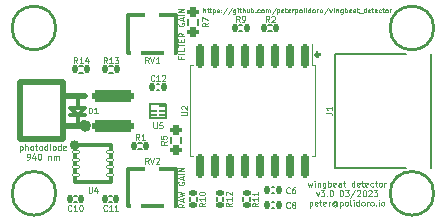
<source format=gto>
%TF.GenerationSoftware,KiCad,Pcbnew,7.0.1*%
%TF.CreationDate,2023-03-24T10:32:53-04:00*%
%TF.ProjectId,wingbeat_detector,77696e67-6265-4617-945f-646574656374,3.0*%
%TF.SameCoordinates,Original*%
%TF.FileFunction,Legend,Top*%
%TF.FilePolarity,Positive*%
%FSLAX46Y46*%
G04 Gerber Fmt 4.6, Leading zero omitted, Abs format (unit mm)*
G04 Created by KiCad (PCBNEW 7.0.1) date 2023-03-24 10:32:53*
%MOMM*%
%LPD*%
G01*
G04 APERTURE LIST*
G04 Aperture macros list*
%AMRoundRect*
0 Rectangle with rounded corners*
0 $1 Rounding radius*
0 $2 $3 $4 $5 $6 $7 $8 $9 X,Y pos of 4 corners*
0 Add a 4 corners polygon primitive as box body*
4,1,4,$2,$3,$4,$5,$6,$7,$8,$9,$2,$3,0*
0 Add four circle primitives for the rounded corners*
1,1,$1+$1,$2,$3*
1,1,$1+$1,$4,$5*
1,1,$1+$1,$6,$7*
1,1,$1+$1,$8,$9*
0 Add four rect primitives between the rounded corners*
20,1,$1+$1,$2,$3,$4,$5,0*
20,1,$1+$1,$4,$5,$6,$7,0*
20,1,$1+$1,$6,$7,$8,$9,0*
20,1,$1+$1,$8,$9,$2,$3,0*%
%AMFreePoly0*
4,1,18,-0.825000,0.870000,-0.495000,1.200000,0.742500,1.200000,0.774071,1.193720,0.800836,1.175836,0.818720,1.149071,0.825000,1.117500,0.825000,-1.117500,0.818720,-1.149071,0.800836,-1.175836,0.774071,-1.193720,0.742500,-1.200000,-0.742500,-1.200000,-0.774071,-1.193720,-0.800836,-1.175836,-0.818720,-1.149071,-0.825000,-1.117500,-0.825000,0.870000,-0.825000,0.870000,$1*%
%AMFreePoly1*
4,1,18,-0.237500,0.075000,-0.233694,0.094134,-0.222855,0.110355,-0.206634,0.121194,-0.187500,0.125000,0.137500,0.125000,0.237500,0.025000,0.237500,-0.075000,0.233694,-0.094134,0.222855,-0.110355,0.206634,-0.121194,0.187500,-0.125000,-0.187500,-0.125000,-0.206634,-0.121194,-0.222855,-0.110355,-0.233694,-0.094134,-0.237500,-0.075000,-0.237500,0.075000,-0.237500,0.075000,$1*%
G04 Aperture macros list end*
%ADD10C,0.125000*%
%ADD11C,0.100000*%
%ADD12C,0.250000*%
%ADD13C,0.127000*%
%ADD14C,0.150000*%
%ADD15C,0.300000*%
%ADD16C,0.120000*%
%ADD17C,0.500000*%
%ADD18C,2.660000*%
%ADD19C,0.650000*%
%ADD20O,0.650000X0.950000*%
%ADD21R,0.900000X0.300000*%
%ADD22C,0.600000*%
%ADD23O,1.600000X1.000000*%
%ADD24RoundRect,0.135000X0.135000X0.185000X-0.135000X0.185000X-0.135000X-0.185000X0.135000X-0.185000X0*%
%ADD25RoundRect,0.030000X-0.270000X-0.120000X0.270000X-0.120000X0.270000X0.120000X-0.270000X0.120000X0*%
%ADD26FreePoly0,0.000000*%
%ADD27RoundRect,0.135000X-0.135000X-0.185000X0.135000X-0.185000X0.135000X0.185000X-0.135000X0.185000X0*%
%ADD28C,1.000000*%
%ADD29RoundRect,0.150000X-0.150000X0.875000X-0.150000X-0.875000X0.150000X-0.875000X0.150000X0.875000X0*%
%ADD30RoundRect,0.135000X0.185000X-0.135000X0.185000X0.135000X-0.185000X0.135000X-0.185000X-0.135000X0*%
%ADD31RoundRect,0.135000X-0.185000X0.135000X-0.185000X-0.135000X0.185000X-0.135000X0.185000X0.135000X0*%
%ADD32RoundRect,0.200000X-0.275000X0.200000X-0.275000X-0.200000X0.275000X-0.200000X0.275000X0.200000X0*%
%ADD33RoundRect,0.200000X0.275000X-0.200000X0.275000X0.200000X-0.275000X0.200000X-0.275000X-0.200000X0*%
%ADD34RoundRect,0.140000X0.140000X0.170000X-0.140000X0.170000X-0.140000X-0.170000X0.140000X-0.170000X0*%
%ADD35RoundRect,0.250000X-1.500000X-0.250000X1.500000X-0.250000X1.500000X0.250000X-1.500000X0.250000X0*%
%ADD36R,0.890000X1.550000*%
%ADD37R,1.270000X1.270000*%
%ADD38RoundRect,0.140000X-0.140000X-0.170000X0.140000X-0.170000X0.140000X0.170000X-0.140000X0.170000X0*%
%ADD39FreePoly1,0.000000*%
%ADD40RoundRect,0.050000X-0.187500X-0.075000X0.187500X-0.075000X0.187500X0.075000X-0.187500X0.075000X0*%
G04 APERTURE END LIST*
D10*
X146469404Y-95452379D02*
X146469404Y-95619046D01*
X146731309Y-95619046D02*
X146231309Y-95619046D01*
X146231309Y-95619046D02*
X146231309Y-95380951D01*
X146731309Y-95190475D02*
X146231309Y-95190475D01*
X146731309Y-94714285D02*
X146731309Y-94952380D01*
X146731309Y-94952380D02*
X146231309Y-94952380D01*
X146231309Y-94619046D02*
X146231309Y-94333332D01*
X146731309Y-94476189D02*
X146231309Y-94476189D01*
X146469404Y-94166666D02*
X146469404Y-93999999D01*
X146731309Y-93928571D02*
X146731309Y-94166666D01*
X146731309Y-94166666D02*
X146231309Y-94166666D01*
X146231309Y-94166666D02*
X146231309Y-93928571D01*
X146731309Y-93428571D02*
X146493214Y-93595237D01*
X146731309Y-93714285D02*
X146231309Y-93714285D01*
X146231309Y-93714285D02*
X146231309Y-93523809D01*
X146231309Y-93523809D02*
X146255119Y-93476190D01*
X146255119Y-93476190D02*
X146278928Y-93452380D01*
X146278928Y-93452380D02*
X146326547Y-93428571D01*
X146326547Y-93428571D02*
X146397976Y-93428571D01*
X146397976Y-93428571D02*
X146445595Y-93452380D01*
X146445595Y-93452380D02*
X146469404Y-93476190D01*
X146469404Y-93476190D02*
X146493214Y-93523809D01*
X146493214Y-93523809D02*
X146493214Y-93714285D01*
X146255119Y-92571428D02*
X146231309Y-92619047D01*
X146231309Y-92619047D02*
X146231309Y-92690476D01*
X146231309Y-92690476D02*
X146255119Y-92761904D01*
X146255119Y-92761904D02*
X146302738Y-92809523D01*
X146302738Y-92809523D02*
X146350357Y-92833333D01*
X146350357Y-92833333D02*
X146445595Y-92857142D01*
X146445595Y-92857142D02*
X146517023Y-92857142D01*
X146517023Y-92857142D02*
X146612261Y-92833333D01*
X146612261Y-92833333D02*
X146659880Y-92809523D01*
X146659880Y-92809523D02*
X146707500Y-92761904D01*
X146707500Y-92761904D02*
X146731309Y-92690476D01*
X146731309Y-92690476D02*
X146731309Y-92642857D01*
X146731309Y-92642857D02*
X146707500Y-92571428D01*
X146707500Y-92571428D02*
X146683690Y-92547619D01*
X146683690Y-92547619D02*
X146517023Y-92547619D01*
X146517023Y-92547619D02*
X146517023Y-92642857D01*
X146588452Y-92357142D02*
X146588452Y-92119047D01*
X146731309Y-92404761D02*
X146231309Y-92238095D01*
X146231309Y-92238095D02*
X146731309Y-92071428D01*
X146731309Y-91904762D02*
X146231309Y-91904762D01*
X146731309Y-91666667D02*
X146231309Y-91666667D01*
X146231309Y-91666667D02*
X146731309Y-91380953D01*
X146731309Y-91380953D02*
X146231309Y-91380953D01*
X146731309Y-107880952D02*
X146493214Y-108047618D01*
X146731309Y-108166666D02*
X146231309Y-108166666D01*
X146231309Y-108166666D02*
X146231309Y-107976190D01*
X146231309Y-107976190D02*
X146255119Y-107928571D01*
X146255119Y-107928571D02*
X146278928Y-107904761D01*
X146278928Y-107904761D02*
X146326547Y-107880952D01*
X146326547Y-107880952D02*
X146397976Y-107880952D01*
X146397976Y-107880952D02*
X146445595Y-107904761D01*
X146445595Y-107904761D02*
X146469404Y-107928571D01*
X146469404Y-107928571D02*
X146493214Y-107976190D01*
X146493214Y-107976190D02*
X146493214Y-108166666D01*
X146588452Y-107690475D02*
X146588452Y-107452380D01*
X146731309Y-107738094D02*
X146231309Y-107571428D01*
X146231309Y-107571428D02*
X146731309Y-107404761D01*
X146231309Y-107285714D02*
X146731309Y-107166666D01*
X146731309Y-107166666D02*
X146374166Y-107071428D01*
X146374166Y-107071428D02*
X146731309Y-106976190D01*
X146731309Y-106976190D02*
X146231309Y-106857143D01*
X146255119Y-106023809D02*
X146231309Y-106071428D01*
X146231309Y-106071428D02*
X146231309Y-106142857D01*
X146231309Y-106142857D02*
X146255119Y-106214285D01*
X146255119Y-106214285D02*
X146302738Y-106261904D01*
X146302738Y-106261904D02*
X146350357Y-106285714D01*
X146350357Y-106285714D02*
X146445595Y-106309523D01*
X146445595Y-106309523D02*
X146517023Y-106309523D01*
X146517023Y-106309523D02*
X146612261Y-106285714D01*
X146612261Y-106285714D02*
X146659880Y-106261904D01*
X146659880Y-106261904D02*
X146707500Y-106214285D01*
X146707500Y-106214285D02*
X146731309Y-106142857D01*
X146731309Y-106142857D02*
X146731309Y-106095238D01*
X146731309Y-106095238D02*
X146707500Y-106023809D01*
X146707500Y-106023809D02*
X146683690Y-106000000D01*
X146683690Y-106000000D02*
X146517023Y-106000000D01*
X146517023Y-106000000D02*
X146517023Y-106095238D01*
X146588452Y-105809523D02*
X146588452Y-105571428D01*
X146731309Y-105857142D02*
X146231309Y-105690476D01*
X146231309Y-105690476D02*
X146731309Y-105523809D01*
X146731309Y-105357143D02*
X146231309Y-105357143D01*
X146731309Y-105119048D02*
X146231309Y-105119048D01*
X146231309Y-105119048D02*
X146731309Y-104833334D01*
X146731309Y-104833334D02*
X146231309Y-104833334D01*
D11*
X148345238Y-91685047D02*
X148345238Y-91285047D01*
X148516666Y-91685047D02*
X148516666Y-91475523D01*
X148516666Y-91475523D02*
X148497619Y-91437428D01*
X148497619Y-91437428D02*
X148459523Y-91418380D01*
X148459523Y-91418380D02*
X148402380Y-91418380D01*
X148402380Y-91418380D02*
X148364285Y-91437428D01*
X148364285Y-91437428D02*
X148345238Y-91456476D01*
X148650000Y-91418380D02*
X148802381Y-91418380D01*
X148707143Y-91285047D02*
X148707143Y-91627904D01*
X148707143Y-91627904D02*
X148726190Y-91666000D01*
X148726190Y-91666000D02*
X148764285Y-91685047D01*
X148764285Y-91685047D02*
X148802381Y-91685047D01*
X148878571Y-91418380D02*
X149030952Y-91418380D01*
X148935714Y-91285047D02*
X148935714Y-91627904D01*
X148935714Y-91627904D02*
X148954761Y-91666000D01*
X148954761Y-91666000D02*
X148992856Y-91685047D01*
X148992856Y-91685047D02*
X149030952Y-91685047D01*
X149164285Y-91418380D02*
X149164285Y-91818380D01*
X149164285Y-91437428D02*
X149202380Y-91418380D01*
X149202380Y-91418380D02*
X149278570Y-91418380D01*
X149278570Y-91418380D02*
X149316666Y-91437428D01*
X149316666Y-91437428D02*
X149335713Y-91456476D01*
X149335713Y-91456476D02*
X149354761Y-91494571D01*
X149354761Y-91494571D02*
X149354761Y-91608857D01*
X149354761Y-91608857D02*
X149335713Y-91646952D01*
X149335713Y-91646952D02*
X149316666Y-91666000D01*
X149316666Y-91666000D02*
X149278570Y-91685047D01*
X149278570Y-91685047D02*
X149202380Y-91685047D01*
X149202380Y-91685047D02*
X149164285Y-91666000D01*
X149507142Y-91666000D02*
X149545237Y-91685047D01*
X149545237Y-91685047D02*
X149621428Y-91685047D01*
X149621428Y-91685047D02*
X149659523Y-91666000D01*
X149659523Y-91666000D02*
X149678571Y-91627904D01*
X149678571Y-91627904D02*
X149678571Y-91608857D01*
X149678571Y-91608857D02*
X149659523Y-91570761D01*
X149659523Y-91570761D02*
X149621428Y-91551714D01*
X149621428Y-91551714D02*
X149564285Y-91551714D01*
X149564285Y-91551714D02*
X149526190Y-91532666D01*
X149526190Y-91532666D02*
X149507142Y-91494571D01*
X149507142Y-91494571D02*
X149507142Y-91475523D01*
X149507142Y-91475523D02*
X149526190Y-91437428D01*
X149526190Y-91437428D02*
X149564285Y-91418380D01*
X149564285Y-91418380D02*
X149621428Y-91418380D01*
X149621428Y-91418380D02*
X149659523Y-91437428D01*
X149850000Y-91646952D02*
X149869047Y-91666000D01*
X149869047Y-91666000D02*
X149850000Y-91685047D01*
X149850000Y-91685047D02*
X149830952Y-91666000D01*
X149830952Y-91666000D02*
X149850000Y-91646952D01*
X149850000Y-91646952D02*
X149850000Y-91685047D01*
X149850000Y-91437428D02*
X149869047Y-91456476D01*
X149869047Y-91456476D02*
X149850000Y-91475523D01*
X149850000Y-91475523D02*
X149830952Y-91456476D01*
X149830952Y-91456476D02*
X149850000Y-91437428D01*
X149850000Y-91437428D02*
X149850000Y-91475523D01*
X150326190Y-91266000D02*
X149983333Y-91780285D01*
X150745238Y-91266000D02*
X150402381Y-91780285D01*
X151050000Y-91418380D02*
X151050000Y-91742190D01*
X151050000Y-91742190D02*
X151030953Y-91780285D01*
X151030953Y-91780285D02*
X151011905Y-91799333D01*
X151011905Y-91799333D02*
X150973810Y-91818380D01*
X150973810Y-91818380D02*
X150916667Y-91818380D01*
X150916667Y-91818380D02*
X150878572Y-91799333D01*
X151050000Y-91666000D02*
X151011905Y-91685047D01*
X151011905Y-91685047D02*
X150935714Y-91685047D01*
X150935714Y-91685047D02*
X150897619Y-91666000D01*
X150897619Y-91666000D02*
X150878572Y-91646952D01*
X150878572Y-91646952D02*
X150859524Y-91608857D01*
X150859524Y-91608857D02*
X150859524Y-91494571D01*
X150859524Y-91494571D02*
X150878572Y-91456476D01*
X150878572Y-91456476D02*
X150897619Y-91437428D01*
X150897619Y-91437428D02*
X150935714Y-91418380D01*
X150935714Y-91418380D02*
X151011905Y-91418380D01*
X151011905Y-91418380D02*
X151050000Y-91437428D01*
X151240477Y-91685047D02*
X151240477Y-91418380D01*
X151240477Y-91285047D02*
X151221429Y-91304095D01*
X151221429Y-91304095D02*
X151240477Y-91323142D01*
X151240477Y-91323142D02*
X151259524Y-91304095D01*
X151259524Y-91304095D02*
X151240477Y-91285047D01*
X151240477Y-91285047D02*
X151240477Y-91323142D01*
X151373810Y-91418380D02*
X151526191Y-91418380D01*
X151430953Y-91285047D02*
X151430953Y-91627904D01*
X151430953Y-91627904D02*
X151450000Y-91666000D01*
X151450000Y-91666000D02*
X151488095Y-91685047D01*
X151488095Y-91685047D02*
X151526191Y-91685047D01*
X151659524Y-91685047D02*
X151659524Y-91285047D01*
X151830952Y-91685047D02*
X151830952Y-91475523D01*
X151830952Y-91475523D02*
X151811905Y-91437428D01*
X151811905Y-91437428D02*
X151773809Y-91418380D01*
X151773809Y-91418380D02*
X151716666Y-91418380D01*
X151716666Y-91418380D02*
X151678571Y-91437428D01*
X151678571Y-91437428D02*
X151659524Y-91456476D01*
X152192857Y-91418380D02*
X152192857Y-91685047D01*
X152021429Y-91418380D02*
X152021429Y-91627904D01*
X152021429Y-91627904D02*
X152040476Y-91666000D01*
X152040476Y-91666000D02*
X152078571Y-91685047D01*
X152078571Y-91685047D02*
X152135714Y-91685047D01*
X152135714Y-91685047D02*
X152173810Y-91666000D01*
X152173810Y-91666000D02*
X152192857Y-91646952D01*
X152383334Y-91685047D02*
X152383334Y-91285047D01*
X152383334Y-91437428D02*
X152421429Y-91418380D01*
X152421429Y-91418380D02*
X152497619Y-91418380D01*
X152497619Y-91418380D02*
X152535715Y-91437428D01*
X152535715Y-91437428D02*
X152554762Y-91456476D01*
X152554762Y-91456476D02*
X152573810Y-91494571D01*
X152573810Y-91494571D02*
X152573810Y-91608857D01*
X152573810Y-91608857D02*
X152554762Y-91646952D01*
X152554762Y-91646952D02*
X152535715Y-91666000D01*
X152535715Y-91666000D02*
X152497619Y-91685047D01*
X152497619Y-91685047D02*
X152421429Y-91685047D01*
X152421429Y-91685047D02*
X152383334Y-91666000D01*
X152745239Y-91646952D02*
X152764286Y-91666000D01*
X152764286Y-91666000D02*
X152745239Y-91685047D01*
X152745239Y-91685047D02*
X152726191Y-91666000D01*
X152726191Y-91666000D02*
X152745239Y-91646952D01*
X152745239Y-91646952D02*
X152745239Y-91685047D01*
X153107143Y-91666000D02*
X153069048Y-91685047D01*
X153069048Y-91685047D02*
X152992857Y-91685047D01*
X152992857Y-91685047D02*
X152954762Y-91666000D01*
X152954762Y-91666000D02*
X152935715Y-91646952D01*
X152935715Y-91646952D02*
X152916667Y-91608857D01*
X152916667Y-91608857D02*
X152916667Y-91494571D01*
X152916667Y-91494571D02*
X152935715Y-91456476D01*
X152935715Y-91456476D02*
X152954762Y-91437428D01*
X152954762Y-91437428D02*
X152992857Y-91418380D01*
X152992857Y-91418380D02*
X153069048Y-91418380D01*
X153069048Y-91418380D02*
X153107143Y-91437428D01*
X153335714Y-91685047D02*
X153297619Y-91666000D01*
X153297619Y-91666000D02*
X153278572Y-91646952D01*
X153278572Y-91646952D02*
X153259524Y-91608857D01*
X153259524Y-91608857D02*
X153259524Y-91494571D01*
X153259524Y-91494571D02*
X153278572Y-91456476D01*
X153278572Y-91456476D02*
X153297619Y-91437428D01*
X153297619Y-91437428D02*
X153335714Y-91418380D01*
X153335714Y-91418380D02*
X153392857Y-91418380D01*
X153392857Y-91418380D02*
X153430953Y-91437428D01*
X153430953Y-91437428D02*
X153450000Y-91456476D01*
X153450000Y-91456476D02*
X153469048Y-91494571D01*
X153469048Y-91494571D02*
X153469048Y-91608857D01*
X153469048Y-91608857D02*
X153450000Y-91646952D01*
X153450000Y-91646952D02*
X153430953Y-91666000D01*
X153430953Y-91666000D02*
X153392857Y-91685047D01*
X153392857Y-91685047D02*
X153335714Y-91685047D01*
X153640477Y-91685047D02*
X153640477Y-91418380D01*
X153640477Y-91456476D02*
X153659524Y-91437428D01*
X153659524Y-91437428D02*
X153697619Y-91418380D01*
X153697619Y-91418380D02*
X153754762Y-91418380D01*
X153754762Y-91418380D02*
X153792858Y-91437428D01*
X153792858Y-91437428D02*
X153811905Y-91475523D01*
X153811905Y-91475523D02*
X153811905Y-91685047D01*
X153811905Y-91475523D02*
X153830953Y-91437428D01*
X153830953Y-91437428D02*
X153869048Y-91418380D01*
X153869048Y-91418380D02*
X153926191Y-91418380D01*
X153926191Y-91418380D02*
X153964286Y-91437428D01*
X153964286Y-91437428D02*
X153983334Y-91475523D01*
X153983334Y-91475523D02*
X153983334Y-91685047D01*
X154459524Y-91266000D02*
X154116667Y-91780285D01*
X154592858Y-91418380D02*
X154592858Y-91818380D01*
X154592858Y-91437428D02*
X154630953Y-91418380D01*
X154630953Y-91418380D02*
X154707143Y-91418380D01*
X154707143Y-91418380D02*
X154745239Y-91437428D01*
X154745239Y-91437428D02*
X154764286Y-91456476D01*
X154764286Y-91456476D02*
X154783334Y-91494571D01*
X154783334Y-91494571D02*
X154783334Y-91608857D01*
X154783334Y-91608857D02*
X154764286Y-91646952D01*
X154764286Y-91646952D02*
X154745239Y-91666000D01*
X154745239Y-91666000D02*
X154707143Y-91685047D01*
X154707143Y-91685047D02*
X154630953Y-91685047D01*
X154630953Y-91685047D02*
X154592858Y-91666000D01*
X155107144Y-91666000D02*
X155069048Y-91685047D01*
X155069048Y-91685047D02*
X154992858Y-91685047D01*
X154992858Y-91685047D02*
X154954763Y-91666000D01*
X154954763Y-91666000D02*
X154935715Y-91627904D01*
X154935715Y-91627904D02*
X154935715Y-91475523D01*
X154935715Y-91475523D02*
X154954763Y-91437428D01*
X154954763Y-91437428D02*
X154992858Y-91418380D01*
X154992858Y-91418380D02*
X155069048Y-91418380D01*
X155069048Y-91418380D02*
X155107144Y-91437428D01*
X155107144Y-91437428D02*
X155126191Y-91475523D01*
X155126191Y-91475523D02*
X155126191Y-91513619D01*
X155126191Y-91513619D02*
X154935715Y-91551714D01*
X155240477Y-91418380D02*
X155392858Y-91418380D01*
X155297620Y-91285047D02*
X155297620Y-91627904D01*
X155297620Y-91627904D02*
X155316667Y-91666000D01*
X155316667Y-91666000D02*
X155354762Y-91685047D01*
X155354762Y-91685047D02*
X155392858Y-91685047D01*
X155678572Y-91666000D02*
X155640476Y-91685047D01*
X155640476Y-91685047D02*
X155564286Y-91685047D01*
X155564286Y-91685047D02*
X155526191Y-91666000D01*
X155526191Y-91666000D02*
X155507143Y-91627904D01*
X155507143Y-91627904D02*
X155507143Y-91475523D01*
X155507143Y-91475523D02*
X155526191Y-91437428D01*
X155526191Y-91437428D02*
X155564286Y-91418380D01*
X155564286Y-91418380D02*
X155640476Y-91418380D01*
X155640476Y-91418380D02*
X155678572Y-91437428D01*
X155678572Y-91437428D02*
X155697619Y-91475523D01*
X155697619Y-91475523D02*
X155697619Y-91513619D01*
X155697619Y-91513619D02*
X155507143Y-91551714D01*
X155869048Y-91685047D02*
X155869048Y-91418380D01*
X155869048Y-91494571D02*
X155888095Y-91456476D01*
X155888095Y-91456476D02*
X155907143Y-91437428D01*
X155907143Y-91437428D02*
X155945238Y-91418380D01*
X155945238Y-91418380D02*
X155983333Y-91418380D01*
X156116667Y-91418380D02*
X156116667Y-91818380D01*
X156116667Y-91437428D02*
X156154762Y-91418380D01*
X156154762Y-91418380D02*
X156230952Y-91418380D01*
X156230952Y-91418380D02*
X156269048Y-91437428D01*
X156269048Y-91437428D02*
X156288095Y-91456476D01*
X156288095Y-91456476D02*
X156307143Y-91494571D01*
X156307143Y-91494571D02*
X156307143Y-91608857D01*
X156307143Y-91608857D02*
X156288095Y-91646952D01*
X156288095Y-91646952D02*
X156269048Y-91666000D01*
X156269048Y-91666000D02*
X156230952Y-91685047D01*
X156230952Y-91685047D02*
X156154762Y-91685047D01*
X156154762Y-91685047D02*
X156116667Y-91666000D01*
X156535714Y-91685047D02*
X156497619Y-91666000D01*
X156497619Y-91666000D02*
X156478572Y-91646952D01*
X156478572Y-91646952D02*
X156459524Y-91608857D01*
X156459524Y-91608857D02*
X156459524Y-91494571D01*
X156459524Y-91494571D02*
X156478572Y-91456476D01*
X156478572Y-91456476D02*
X156497619Y-91437428D01*
X156497619Y-91437428D02*
X156535714Y-91418380D01*
X156535714Y-91418380D02*
X156592857Y-91418380D01*
X156592857Y-91418380D02*
X156630953Y-91437428D01*
X156630953Y-91437428D02*
X156650000Y-91456476D01*
X156650000Y-91456476D02*
X156669048Y-91494571D01*
X156669048Y-91494571D02*
X156669048Y-91608857D01*
X156669048Y-91608857D02*
X156650000Y-91646952D01*
X156650000Y-91646952D02*
X156630953Y-91666000D01*
X156630953Y-91666000D02*
X156592857Y-91685047D01*
X156592857Y-91685047D02*
X156535714Y-91685047D01*
X156897619Y-91685047D02*
X156859524Y-91666000D01*
X156859524Y-91666000D02*
X156840477Y-91627904D01*
X156840477Y-91627904D02*
X156840477Y-91285047D01*
X157050001Y-91685047D02*
X157050001Y-91418380D01*
X157050001Y-91285047D02*
X157030953Y-91304095D01*
X157030953Y-91304095D02*
X157050001Y-91323142D01*
X157050001Y-91323142D02*
X157069048Y-91304095D01*
X157069048Y-91304095D02*
X157050001Y-91285047D01*
X157050001Y-91285047D02*
X157050001Y-91323142D01*
X157411905Y-91685047D02*
X157411905Y-91285047D01*
X157411905Y-91666000D02*
X157373810Y-91685047D01*
X157373810Y-91685047D02*
X157297619Y-91685047D01*
X157297619Y-91685047D02*
X157259524Y-91666000D01*
X157259524Y-91666000D02*
X157240477Y-91646952D01*
X157240477Y-91646952D02*
X157221429Y-91608857D01*
X157221429Y-91608857D02*
X157221429Y-91494571D01*
X157221429Y-91494571D02*
X157240477Y-91456476D01*
X157240477Y-91456476D02*
X157259524Y-91437428D01*
X157259524Y-91437428D02*
X157297619Y-91418380D01*
X157297619Y-91418380D02*
X157373810Y-91418380D01*
X157373810Y-91418380D02*
X157411905Y-91437428D01*
X157659524Y-91685047D02*
X157621429Y-91666000D01*
X157621429Y-91666000D02*
X157602382Y-91646952D01*
X157602382Y-91646952D02*
X157583334Y-91608857D01*
X157583334Y-91608857D02*
X157583334Y-91494571D01*
X157583334Y-91494571D02*
X157602382Y-91456476D01*
X157602382Y-91456476D02*
X157621429Y-91437428D01*
X157621429Y-91437428D02*
X157659524Y-91418380D01*
X157659524Y-91418380D02*
X157716667Y-91418380D01*
X157716667Y-91418380D02*
X157754763Y-91437428D01*
X157754763Y-91437428D02*
X157773810Y-91456476D01*
X157773810Y-91456476D02*
X157792858Y-91494571D01*
X157792858Y-91494571D02*
X157792858Y-91608857D01*
X157792858Y-91608857D02*
X157773810Y-91646952D01*
X157773810Y-91646952D02*
X157754763Y-91666000D01*
X157754763Y-91666000D02*
X157716667Y-91685047D01*
X157716667Y-91685047D02*
X157659524Y-91685047D01*
X157964287Y-91685047D02*
X157964287Y-91418380D01*
X157964287Y-91494571D02*
X157983334Y-91456476D01*
X157983334Y-91456476D02*
X158002382Y-91437428D01*
X158002382Y-91437428D02*
X158040477Y-91418380D01*
X158040477Y-91418380D02*
X158078572Y-91418380D01*
X158269048Y-91685047D02*
X158230953Y-91666000D01*
X158230953Y-91666000D02*
X158211906Y-91646952D01*
X158211906Y-91646952D02*
X158192858Y-91608857D01*
X158192858Y-91608857D02*
X158192858Y-91494571D01*
X158192858Y-91494571D02*
X158211906Y-91456476D01*
X158211906Y-91456476D02*
X158230953Y-91437428D01*
X158230953Y-91437428D02*
X158269048Y-91418380D01*
X158269048Y-91418380D02*
X158326191Y-91418380D01*
X158326191Y-91418380D02*
X158364287Y-91437428D01*
X158364287Y-91437428D02*
X158383334Y-91456476D01*
X158383334Y-91456476D02*
X158402382Y-91494571D01*
X158402382Y-91494571D02*
X158402382Y-91608857D01*
X158402382Y-91608857D02*
X158383334Y-91646952D01*
X158383334Y-91646952D02*
X158364287Y-91666000D01*
X158364287Y-91666000D02*
X158326191Y-91685047D01*
X158326191Y-91685047D02*
X158269048Y-91685047D01*
X158859525Y-91266000D02*
X158516668Y-91780285D01*
X158954763Y-91418380D02*
X159030954Y-91685047D01*
X159030954Y-91685047D02*
X159107144Y-91494571D01*
X159107144Y-91494571D02*
X159183335Y-91685047D01*
X159183335Y-91685047D02*
X159259525Y-91418380D01*
X159411907Y-91685047D02*
X159411907Y-91418380D01*
X159411907Y-91285047D02*
X159392859Y-91304095D01*
X159392859Y-91304095D02*
X159411907Y-91323142D01*
X159411907Y-91323142D02*
X159430954Y-91304095D01*
X159430954Y-91304095D02*
X159411907Y-91285047D01*
X159411907Y-91285047D02*
X159411907Y-91323142D01*
X159602383Y-91418380D02*
X159602383Y-91685047D01*
X159602383Y-91456476D02*
X159621430Y-91437428D01*
X159621430Y-91437428D02*
X159659525Y-91418380D01*
X159659525Y-91418380D02*
X159716668Y-91418380D01*
X159716668Y-91418380D02*
X159754764Y-91437428D01*
X159754764Y-91437428D02*
X159773811Y-91475523D01*
X159773811Y-91475523D02*
X159773811Y-91685047D01*
X160135716Y-91418380D02*
X160135716Y-91742190D01*
X160135716Y-91742190D02*
X160116669Y-91780285D01*
X160116669Y-91780285D02*
X160097621Y-91799333D01*
X160097621Y-91799333D02*
X160059526Y-91818380D01*
X160059526Y-91818380D02*
X160002383Y-91818380D01*
X160002383Y-91818380D02*
X159964288Y-91799333D01*
X160135716Y-91666000D02*
X160097621Y-91685047D01*
X160097621Y-91685047D02*
X160021430Y-91685047D01*
X160021430Y-91685047D02*
X159983335Y-91666000D01*
X159983335Y-91666000D02*
X159964288Y-91646952D01*
X159964288Y-91646952D02*
X159945240Y-91608857D01*
X159945240Y-91608857D02*
X159945240Y-91494571D01*
X159945240Y-91494571D02*
X159964288Y-91456476D01*
X159964288Y-91456476D02*
X159983335Y-91437428D01*
X159983335Y-91437428D02*
X160021430Y-91418380D01*
X160021430Y-91418380D02*
X160097621Y-91418380D01*
X160097621Y-91418380D02*
X160135716Y-91437428D01*
X160326193Y-91685047D02*
X160326193Y-91285047D01*
X160326193Y-91437428D02*
X160364288Y-91418380D01*
X160364288Y-91418380D02*
X160440478Y-91418380D01*
X160440478Y-91418380D02*
X160478574Y-91437428D01*
X160478574Y-91437428D02*
X160497621Y-91456476D01*
X160497621Y-91456476D02*
X160516669Y-91494571D01*
X160516669Y-91494571D02*
X160516669Y-91608857D01*
X160516669Y-91608857D02*
X160497621Y-91646952D01*
X160497621Y-91646952D02*
X160478574Y-91666000D01*
X160478574Y-91666000D02*
X160440478Y-91685047D01*
X160440478Y-91685047D02*
X160364288Y-91685047D01*
X160364288Y-91685047D02*
X160326193Y-91666000D01*
X160840479Y-91666000D02*
X160802383Y-91685047D01*
X160802383Y-91685047D02*
X160726193Y-91685047D01*
X160726193Y-91685047D02*
X160688098Y-91666000D01*
X160688098Y-91666000D02*
X160669050Y-91627904D01*
X160669050Y-91627904D02*
X160669050Y-91475523D01*
X160669050Y-91475523D02*
X160688098Y-91437428D01*
X160688098Y-91437428D02*
X160726193Y-91418380D01*
X160726193Y-91418380D02*
X160802383Y-91418380D01*
X160802383Y-91418380D02*
X160840479Y-91437428D01*
X160840479Y-91437428D02*
X160859526Y-91475523D01*
X160859526Y-91475523D02*
X160859526Y-91513619D01*
X160859526Y-91513619D02*
X160669050Y-91551714D01*
X161202383Y-91685047D02*
X161202383Y-91475523D01*
X161202383Y-91475523D02*
X161183336Y-91437428D01*
X161183336Y-91437428D02*
X161145240Y-91418380D01*
X161145240Y-91418380D02*
X161069050Y-91418380D01*
X161069050Y-91418380D02*
X161030955Y-91437428D01*
X161202383Y-91666000D02*
X161164288Y-91685047D01*
X161164288Y-91685047D02*
X161069050Y-91685047D01*
X161069050Y-91685047D02*
X161030955Y-91666000D01*
X161030955Y-91666000D02*
X161011907Y-91627904D01*
X161011907Y-91627904D02*
X161011907Y-91589809D01*
X161011907Y-91589809D02*
X161030955Y-91551714D01*
X161030955Y-91551714D02*
X161069050Y-91532666D01*
X161069050Y-91532666D02*
X161164288Y-91532666D01*
X161164288Y-91532666D02*
X161202383Y-91513619D01*
X161335717Y-91418380D02*
X161488098Y-91418380D01*
X161392860Y-91285047D02*
X161392860Y-91627904D01*
X161392860Y-91627904D02*
X161411907Y-91666000D01*
X161411907Y-91666000D02*
X161450002Y-91685047D01*
X161450002Y-91685047D02*
X161488098Y-91685047D01*
X161526193Y-91723142D02*
X161830954Y-91723142D01*
X162097621Y-91685047D02*
X162097621Y-91285047D01*
X162097621Y-91666000D02*
X162059526Y-91685047D01*
X162059526Y-91685047D02*
X161983335Y-91685047D01*
X161983335Y-91685047D02*
X161945240Y-91666000D01*
X161945240Y-91666000D02*
X161926193Y-91646952D01*
X161926193Y-91646952D02*
X161907145Y-91608857D01*
X161907145Y-91608857D02*
X161907145Y-91494571D01*
X161907145Y-91494571D02*
X161926193Y-91456476D01*
X161926193Y-91456476D02*
X161945240Y-91437428D01*
X161945240Y-91437428D02*
X161983335Y-91418380D01*
X161983335Y-91418380D02*
X162059526Y-91418380D01*
X162059526Y-91418380D02*
X162097621Y-91437428D01*
X162440479Y-91666000D02*
X162402383Y-91685047D01*
X162402383Y-91685047D02*
X162326193Y-91685047D01*
X162326193Y-91685047D02*
X162288098Y-91666000D01*
X162288098Y-91666000D02*
X162269050Y-91627904D01*
X162269050Y-91627904D02*
X162269050Y-91475523D01*
X162269050Y-91475523D02*
X162288098Y-91437428D01*
X162288098Y-91437428D02*
X162326193Y-91418380D01*
X162326193Y-91418380D02*
X162402383Y-91418380D01*
X162402383Y-91418380D02*
X162440479Y-91437428D01*
X162440479Y-91437428D02*
X162459526Y-91475523D01*
X162459526Y-91475523D02*
X162459526Y-91513619D01*
X162459526Y-91513619D02*
X162269050Y-91551714D01*
X162573812Y-91418380D02*
X162726193Y-91418380D01*
X162630955Y-91285047D02*
X162630955Y-91627904D01*
X162630955Y-91627904D02*
X162650002Y-91666000D01*
X162650002Y-91666000D02*
X162688097Y-91685047D01*
X162688097Y-91685047D02*
X162726193Y-91685047D01*
X163011907Y-91666000D02*
X162973811Y-91685047D01*
X162973811Y-91685047D02*
X162897621Y-91685047D01*
X162897621Y-91685047D02*
X162859526Y-91666000D01*
X162859526Y-91666000D02*
X162840478Y-91627904D01*
X162840478Y-91627904D02*
X162840478Y-91475523D01*
X162840478Y-91475523D02*
X162859526Y-91437428D01*
X162859526Y-91437428D02*
X162897621Y-91418380D01*
X162897621Y-91418380D02*
X162973811Y-91418380D01*
X162973811Y-91418380D02*
X163011907Y-91437428D01*
X163011907Y-91437428D02*
X163030954Y-91475523D01*
X163030954Y-91475523D02*
X163030954Y-91513619D01*
X163030954Y-91513619D02*
X162840478Y-91551714D01*
X163373811Y-91666000D02*
X163335716Y-91685047D01*
X163335716Y-91685047D02*
X163259525Y-91685047D01*
X163259525Y-91685047D02*
X163221430Y-91666000D01*
X163221430Y-91666000D02*
X163202383Y-91646952D01*
X163202383Y-91646952D02*
X163183335Y-91608857D01*
X163183335Y-91608857D02*
X163183335Y-91494571D01*
X163183335Y-91494571D02*
X163202383Y-91456476D01*
X163202383Y-91456476D02*
X163221430Y-91437428D01*
X163221430Y-91437428D02*
X163259525Y-91418380D01*
X163259525Y-91418380D02*
X163335716Y-91418380D01*
X163335716Y-91418380D02*
X163373811Y-91437428D01*
X163488097Y-91418380D02*
X163640478Y-91418380D01*
X163545240Y-91285047D02*
X163545240Y-91627904D01*
X163545240Y-91627904D02*
X163564287Y-91666000D01*
X163564287Y-91666000D02*
X163602382Y-91685047D01*
X163602382Y-91685047D02*
X163640478Y-91685047D01*
X163830953Y-91685047D02*
X163792858Y-91666000D01*
X163792858Y-91666000D02*
X163773811Y-91646952D01*
X163773811Y-91646952D02*
X163754763Y-91608857D01*
X163754763Y-91608857D02*
X163754763Y-91494571D01*
X163754763Y-91494571D02*
X163773811Y-91456476D01*
X163773811Y-91456476D02*
X163792858Y-91437428D01*
X163792858Y-91437428D02*
X163830953Y-91418380D01*
X163830953Y-91418380D02*
X163888096Y-91418380D01*
X163888096Y-91418380D02*
X163926192Y-91437428D01*
X163926192Y-91437428D02*
X163945239Y-91456476D01*
X163945239Y-91456476D02*
X163964287Y-91494571D01*
X163964287Y-91494571D02*
X163964287Y-91608857D01*
X163964287Y-91608857D02*
X163945239Y-91646952D01*
X163945239Y-91646952D02*
X163926192Y-91666000D01*
X163926192Y-91666000D02*
X163888096Y-91685047D01*
X163888096Y-91685047D02*
X163830953Y-91685047D01*
X164135716Y-91685047D02*
X164135716Y-91418380D01*
X164135716Y-91494571D02*
X164154763Y-91456476D01*
X164154763Y-91456476D02*
X164173811Y-91437428D01*
X164173811Y-91437428D02*
X164211906Y-91418380D01*
X164211906Y-91418380D02*
X164250001Y-91418380D01*
D10*
X157202382Y-106087976D02*
X157297620Y-106421309D01*
X157297620Y-106421309D02*
X157392858Y-106183214D01*
X157392858Y-106183214D02*
X157488096Y-106421309D01*
X157488096Y-106421309D02*
X157583334Y-106087976D01*
X157773811Y-106421309D02*
X157773811Y-106087976D01*
X157773811Y-105921309D02*
X157750002Y-105945119D01*
X157750002Y-105945119D02*
X157773811Y-105968928D01*
X157773811Y-105968928D02*
X157797621Y-105945119D01*
X157797621Y-105945119D02*
X157773811Y-105921309D01*
X157773811Y-105921309D02*
X157773811Y-105968928D01*
X158011906Y-106087976D02*
X158011906Y-106421309D01*
X158011906Y-106135595D02*
X158035716Y-106111785D01*
X158035716Y-106111785D02*
X158083335Y-106087976D01*
X158083335Y-106087976D02*
X158154763Y-106087976D01*
X158154763Y-106087976D02*
X158202382Y-106111785D01*
X158202382Y-106111785D02*
X158226192Y-106159404D01*
X158226192Y-106159404D02*
X158226192Y-106421309D01*
X158678573Y-106087976D02*
X158678573Y-106492738D01*
X158678573Y-106492738D02*
X158654763Y-106540357D01*
X158654763Y-106540357D02*
X158630954Y-106564166D01*
X158630954Y-106564166D02*
X158583335Y-106587976D01*
X158583335Y-106587976D02*
X158511906Y-106587976D01*
X158511906Y-106587976D02*
X158464287Y-106564166D01*
X158678573Y-106397500D02*
X158630954Y-106421309D01*
X158630954Y-106421309D02*
X158535716Y-106421309D01*
X158535716Y-106421309D02*
X158488097Y-106397500D01*
X158488097Y-106397500D02*
X158464287Y-106373690D01*
X158464287Y-106373690D02*
X158440478Y-106326071D01*
X158440478Y-106326071D02*
X158440478Y-106183214D01*
X158440478Y-106183214D02*
X158464287Y-106135595D01*
X158464287Y-106135595D02*
X158488097Y-106111785D01*
X158488097Y-106111785D02*
X158535716Y-106087976D01*
X158535716Y-106087976D02*
X158630954Y-106087976D01*
X158630954Y-106087976D02*
X158678573Y-106111785D01*
X158916668Y-106421309D02*
X158916668Y-105921309D01*
X158916668Y-106111785D02*
X158964287Y-106087976D01*
X158964287Y-106087976D02*
X159059525Y-106087976D01*
X159059525Y-106087976D02*
X159107144Y-106111785D01*
X159107144Y-106111785D02*
X159130954Y-106135595D01*
X159130954Y-106135595D02*
X159154763Y-106183214D01*
X159154763Y-106183214D02*
X159154763Y-106326071D01*
X159154763Y-106326071D02*
X159130954Y-106373690D01*
X159130954Y-106373690D02*
X159107144Y-106397500D01*
X159107144Y-106397500D02*
X159059525Y-106421309D01*
X159059525Y-106421309D02*
X158964287Y-106421309D01*
X158964287Y-106421309D02*
X158916668Y-106397500D01*
X159559525Y-106397500D02*
X159511906Y-106421309D01*
X159511906Y-106421309D02*
X159416668Y-106421309D01*
X159416668Y-106421309D02*
X159369049Y-106397500D01*
X159369049Y-106397500D02*
X159345240Y-106349880D01*
X159345240Y-106349880D02*
X159345240Y-106159404D01*
X159345240Y-106159404D02*
X159369049Y-106111785D01*
X159369049Y-106111785D02*
X159416668Y-106087976D01*
X159416668Y-106087976D02*
X159511906Y-106087976D01*
X159511906Y-106087976D02*
X159559525Y-106111785D01*
X159559525Y-106111785D02*
X159583335Y-106159404D01*
X159583335Y-106159404D02*
X159583335Y-106207023D01*
X159583335Y-106207023D02*
X159345240Y-106254642D01*
X160011906Y-106421309D02*
X160011906Y-106159404D01*
X160011906Y-106159404D02*
X159988096Y-106111785D01*
X159988096Y-106111785D02*
X159940477Y-106087976D01*
X159940477Y-106087976D02*
X159845239Y-106087976D01*
X159845239Y-106087976D02*
X159797620Y-106111785D01*
X160011906Y-106397500D02*
X159964287Y-106421309D01*
X159964287Y-106421309D02*
X159845239Y-106421309D01*
X159845239Y-106421309D02*
X159797620Y-106397500D01*
X159797620Y-106397500D02*
X159773811Y-106349880D01*
X159773811Y-106349880D02*
X159773811Y-106302261D01*
X159773811Y-106302261D02*
X159797620Y-106254642D01*
X159797620Y-106254642D02*
X159845239Y-106230833D01*
X159845239Y-106230833D02*
X159964287Y-106230833D01*
X159964287Y-106230833D02*
X160011906Y-106207023D01*
X160178573Y-106087976D02*
X160369049Y-106087976D01*
X160250001Y-105921309D02*
X160250001Y-106349880D01*
X160250001Y-106349880D02*
X160273811Y-106397500D01*
X160273811Y-106397500D02*
X160321430Y-106421309D01*
X160321430Y-106421309D02*
X160369049Y-106421309D01*
X161130953Y-106421309D02*
X161130953Y-105921309D01*
X161130953Y-106397500D02*
X161083334Y-106421309D01*
X161083334Y-106421309D02*
X160988096Y-106421309D01*
X160988096Y-106421309D02*
X160940477Y-106397500D01*
X160940477Y-106397500D02*
X160916667Y-106373690D01*
X160916667Y-106373690D02*
X160892858Y-106326071D01*
X160892858Y-106326071D02*
X160892858Y-106183214D01*
X160892858Y-106183214D02*
X160916667Y-106135595D01*
X160916667Y-106135595D02*
X160940477Y-106111785D01*
X160940477Y-106111785D02*
X160988096Y-106087976D01*
X160988096Y-106087976D02*
X161083334Y-106087976D01*
X161083334Y-106087976D02*
X161130953Y-106111785D01*
X161559524Y-106397500D02*
X161511905Y-106421309D01*
X161511905Y-106421309D02*
X161416667Y-106421309D01*
X161416667Y-106421309D02*
X161369048Y-106397500D01*
X161369048Y-106397500D02*
X161345239Y-106349880D01*
X161345239Y-106349880D02*
X161345239Y-106159404D01*
X161345239Y-106159404D02*
X161369048Y-106111785D01*
X161369048Y-106111785D02*
X161416667Y-106087976D01*
X161416667Y-106087976D02*
X161511905Y-106087976D01*
X161511905Y-106087976D02*
X161559524Y-106111785D01*
X161559524Y-106111785D02*
X161583334Y-106159404D01*
X161583334Y-106159404D02*
X161583334Y-106207023D01*
X161583334Y-106207023D02*
X161345239Y-106254642D01*
X161726191Y-106087976D02*
X161916667Y-106087976D01*
X161797619Y-105921309D02*
X161797619Y-106349880D01*
X161797619Y-106349880D02*
X161821429Y-106397500D01*
X161821429Y-106397500D02*
X161869048Y-106421309D01*
X161869048Y-106421309D02*
X161916667Y-106421309D01*
X162273809Y-106397500D02*
X162226190Y-106421309D01*
X162226190Y-106421309D02*
X162130952Y-106421309D01*
X162130952Y-106421309D02*
X162083333Y-106397500D01*
X162083333Y-106397500D02*
X162059524Y-106349880D01*
X162059524Y-106349880D02*
X162059524Y-106159404D01*
X162059524Y-106159404D02*
X162083333Y-106111785D01*
X162083333Y-106111785D02*
X162130952Y-106087976D01*
X162130952Y-106087976D02*
X162226190Y-106087976D01*
X162226190Y-106087976D02*
X162273809Y-106111785D01*
X162273809Y-106111785D02*
X162297619Y-106159404D01*
X162297619Y-106159404D02*
X162297619Y-106207023D01*
X162297619Y-106207023D02*
X162059524Y-106254642D01*
X162726190Y-106397500D02*
X162678571Y-106421309D01*
X162678571Y-106421309D02*
X162583333Y-106421309D01*
X162583333Y-106421309D02*
X162535714Y-106397500D01*
X162535714Y-106397500D02*
X162511904Y-106373690D01*
X162511904Y-106373690D02*
X162488095Y-106326071D01*
X162488095Y-106326071D02*
X162488095Y-106183214D01*
X162488095Y-106183214D02*
X162511904Y-106135595D01*
X162511904Y-106135595D02*
X162535714Y-106111785D01*
X162535714Y-106111785D02*
X162583333Y-106087976D01*
X162583333Y-106087976D02*
X162678571Y-106087976D01*
X162678571Y-106087976D02*
X162726190Y-106111785D01*
X162869047Y-106087976D02*
X163059523Y-106087976D01*
X162940475Y-105921309D02*
X162940475Y-106349880D01*
X162940475Y-106349880D02*
X162964285Y-106397500D01*
X162964285Y-106397500D02*
X163011904Y-106421309D01*
X163011904Y-106421309D02*
X163059523Y-106421309D01*
X163297618Y-106421309D02*
X163249999Y-106397500D01*
X163249999Y-106397500D02*
X163226189Y-106373690D01*
X163226189Y-106373690D02*
X163202380Y-106326071D01*
X163202380Y-106326071D02*
X163202380Y-106183214D01*
X163202380Y-106183214D02*
X163226189Y-106135595D01*
X163226189Y-106135595D02*
X163249999Y-106111785D01*
X163249999Y-106111785D02*
X163297618Y-106087976D01*
X163297618Y-106087976D02*
X163369046Y-106087976D01*
X163369046Y-106087976D02*
X163416665Y-106111785D01*
X163416665Y-106111785D02*
X163440475Y-106135595D01*
X163440475Y-106135595D02*
X163464284Y-106183214D01*
X163464284Y-106183214D02*
X163464284Y-106326071D01*
X163464284Y-106326071D02*
X163440475Y-106373690D01*
X163440475Y-106373690D02*
X163416665Y-106397500D01*
X163416665Y-106397500D02*
X163369046Y-106421309D01*
X163369046Y-106421309D02*
X163297618Y-106421309D01*
X163678570Y-106421309D02*
X163678570Y-106087976D01*
X163678570Y-106183214D02*
X163702380Y-106135595D01*
X163702380Y-106135595D02*
X163726189Y-106111785D01*
X163726189Y-106111785D02*
X163773808Y-106087976D01*
X163773808Y-106087976D02*
X163821427Y-106087976D01*
X157904764Y-106897976D02*
X158023812Y-107231309D01*
X158023812Y-107231309D02*
X158142859Y-106897976D01*
X158285716Y-106731309D02*
X158595240Y-106731309D01*
X158595240Y-106731309D02*
X158428573Y-106921785D01*
X158428573Y-106921785D02*
X158500002Y-106921785D01*
X158500002Y-106921785D02*
X158547621Y-106945595D01*
X158547621Y-106945595D02*
X158571430Y-106969404D01*
X158571430Y-106969404D02*
X158595240Y-107017023D01*
X158595240Y-107017023D02*
X158595240Y-107136071D01*
X158595240Y-107136071D02*
X158571430Y-107183690D01*
X158571430Y-107183690D02*
X158547621Y-107207500D01*
X158547621Y-107207500D02*
X158500002Y-107231309D01*
X158500002Y-107231309D02*
X158357145Y-107231309D01*
X158357145Y-107231309D02*
X158309526Y-107207500D01*
X158309526Y-107207500D02*
X158285716Y-107183690D01*
X158809525Y-107183690D02*
X158833335Y-107207500D01*
X158833335Y-107207500D02*
X158809525Y-107231309D01*
X158809525Y-107231309D02*
X158785716Y-107207500D01*
X158785716Y-107207500D02*
X158809525Y-107183690D01*
X158809525Y-107183690D02*
X158809525Y-107231309D01*
X159142858Y-106731309D02*
X159190477Y-106731309D01*
X159190477Y-106731309D02*
X159238096Y-106755119D01*
X159238096Y-106755119D02*
X159261906Y-106778928D01*
X159261906Y-106778928D02*
X159285715Y-106826547D01*
X159285715Y-106826547D02*
X159309525Y-106921785D01*
X159309525Y-106921785D02*
X159309525Y-107040833D01*
X159309525Y-107040833D02*
X159285715Y-107136071D01*
X159285715Y-107136071D02*
X159261906Y-107183690D01*
X159261906Y-107183690D02*
X159238096Y-107207500D01*
X159238096Y-107207500D02*
X159190477Y-107231309D01*
X159190477Y-107231309D02*
X159142858Y-107231309D01*
X159142858Y-107231309D02*
X159095239Y-107207500D01*
X159095239Y-107207500D02*
X159071430Y-107183690D01*
X159071430Y-107183690D02*
X159047620Y-107136071D01*
X159047620Y-107136071D02*
X159023811Y-107040833D01*
X159023811Y-107040833D02*
X159023811Y-106921785D01*
X159023811Y-106921785D02*
X159047620Y-106826547D01*
X159047620Y-106826547D02*
X159071430Y-106778928D01*
X159071430Y-106778928D02*
X159095239Y-106755119D01*
X159095239Y-106755119D02*
X159142858Y-106731309D01*
X160000000Y-106731309D02*
X160047619Y-106731309D01*
X160047619Y-106731309D02*
X160095238Y-106755119D01*
X160095238Y-106755119D02*
X160119048Y-106778928D01*
X160119048Y-106778928D02*
X160142857Y-106826547D01*
X160142857Y-106826547D02*
X160166667Y-106921785D01*
X160166667Y-106921785D02*
X160166667Y-107040833D01*
X160166667Y-107040833D02*
X160142857Y-107136071D01*
X160142857Y-107136071D02*
X160119048Y-107183690D01*
X160119048Y-107183690D02*
X160095238Y-107207500D01*
X160095238Y-107207500D02*
X160047619Y-107231309D01*
X160047619Y-107231309D02*
X160000000Y-107231309D01*
X160000000Y-107231309D02*
X159952381Y-107207500D01*
X159952381Y-107207500D02*
X159928572Y-107183690D01*
X159928572Y-107183690D02*
X159904762Y-107136071D01*
X159904762Y-107136071D02*
X159880953Y-107040833D01*
X159880953Y-107040833D02*
X159880953Y-106921785D01*
X159880953Y-106921785D02*
X159904762Y-106826547D01*
X159904762Y-106826547D02*
X159928572Y-106778928D01*
X159928572Y-106778928D02*
X159952381Y-106755119D01*
X159952381Y-106755119D02*
X160000000Y-106731309D01*
X160333333Y-106731309D02*
X160642857Y-106731309D01*
X160642857Y-106731309D02*
X160476190Y-106921785D01*
X160476190Y-106921785D02*
X160547619Y-106921785D01*
X160547619Y-106921785D02*
X160595238Y-106945595D01*
X160595238Y-106945595D02*
X160619047Y-106969404D01*
X160619047Y-106969404D02*
X160642857Y-107017023D01*
X160642857Y-107017023D02*
X160642857Y-107136071D01*
X160642857Y-107136071D02*
X160619047Y-107183690D01*
X160619047Y-107183690D02*
X160595238Y-107207500D01*
X160595238Y-107207500D02*
X160547619Y-107231309D01*
X160547619Y-107231309D02*
X160404762Y-107231309D01*
X160404762Y-107231309D02*
X160357143Y-107207500D01*
X160357143Y-107207500D02*
X160333333Y-107183690D01*
X161214285Y-106707500D02*
X160785714Y-107350357D01*
X161357143Y-106778928D02*
X161380952Y-106755119D01*
X161380952Y-106755119D02*
X161428571Y-106731309D01*
X161428571Y-106731309D02*
X161547619Y-106731309D01*
X161547619Y-106731309D02*
X161595238Y-106755119D01*
X161595238Y-106755119D02*
X161619047Y-106778928D01*
X161619047Y-106778928D02*
X161642857Y-106826547D01*
X161642857Y-106826547D02*
X161642857Y-106874166D01*
X161642857Y-106874166D02*
X161619047Y-106945595D01*
X161619047Y-106945595D02*
X161333333Y-107231309D01*
X161333333Y-107231309D02*
X161642857Y-107231309D01*
X161952380Y-106731309D02*
X161999999Y-106731309D01*
X161999999Y-106731309D02*
X162047618Y-106755119D01*
X162047618Y-106755119D02*
X162071428Y-106778928D01*
X162071428Y-106778928D02*
X162095237Y-106826547D01*
X162095237Y-106826547D02*
X162119047Y-106921785D01*
X162119047Y-106921785D02*
X162119047Y-107040833D01*
X162119047Y-107040833D02*
X162095237Y-107136071D01*
X162095237Y-107136071D02*
X162071428Y-107183690D01*
X162071428Y-107183690D02*
X162047618Y-107207500D01*
X162047618Y-107207500D02*
X161999999Y-107231309D01*
X161999999Y-107231309D02*
X161952380Y-107231309D01*
X161952380Y-107231309D02*
X161904761Y-107207500D01*
X161904761Y-107207500D02*
X161880952Y-107183690D01*
X161880952Y-107183690D02*
X161857142Y-107136071D01*
X161857142Y-107136071D02*
X161833333Y-107040833D01*
X161833333Y-107040833D02*
X161833333Y-106921785D01*
X161833333Y-106921785D02*
X161857142Y-106826547D01*
X161857142Y-106826547D02*
X161880952Y-106778928D01*
X161880952Y-106778928D02*
X161904761Y-106755119D01*
X161904761Y-106755119D02*
X161952380Y-106731309D01*
X162309523Y-106778928D02*
X162333332Y-106755119D01*
X162333332Y-106755119D02*
X162380951Y-106731309D01*
X162380951Y-106731309D02*
X162499999Y-106731309D01*
X162499999Y-106731309D02*
X162547618Y-106755119D01*
X162547618Y-106755119D02*
X162571427Y-106778928D01*
X162571427Y-106778928D02*
X162595237Y-106826547D01*
X162595237Y-106826547D02*
X162595237Y-106874166D01*
X162595237Y-106874166D02*
X162571427Y-106945595D01*
X162571427Y-106945595D02*
X162285713Y-107231309D01*
X162285713Y-107231309D02*
X162595237Y-107231309D01*
X162761903Y-106731309D02*
X163071427Y-106731309D01*
X163071427Y-106731309D02*
X162904760Y-106921785D01*
X162904760Y-106921785D02*
X162976189Y-106921785D01*
X162976189Y-106921785D02*
X163023808Y-106945595D01*
X163023808Y-106945595D02*
X163047617Y-106969404D01*
X163047617Y-106969404D02*
X163071427Y-107017023D01*
X163071427Y-107017023D02*
X163071427Y-107136071D01*
X163071427Y-107136071D02*
X163047617Y-107183690D01*
X163047617Y-107183690D02*
X163023808Y-107207500D01*
X163023808Y-107207500D02*
X162976189Y-107231309D01*
X162976189Y-107231309D02*
X162833332Y-107231309D01*
X162833332Y-107231309D02*
X162785713Y-107207500D01*
X162785713Y-107207500D02*
X162761903Y-107183690D01*
X157345238Y-107707976D02*
X157345238Y-108207976D01*
X157345238Y-107731785D02*
X157392857Y-107707976D01*
X157392857Y-107707976D02*
X157488095Y-107707976D01*
X157488095Y-107707976D02*
X157535714Y-107731785D01*
X157535714Y-107731785D02*
X157559524Y-107755595D01*
X157559524Y-107755595D02*
X157583333Y-107803214D01*
X157583333Y-107803214D02*
X157583333Y-107946071D01*
X157583333Y-107946071D02*
X157559524Y-107993690D01*
X157559524Y-107993690D02*
X157535714Y-108017500D01*
X157535714Y-108017500D02*
X157488095Y-108041309D01*
X157488095Y-108041309D02*
X157392857Y-108041309D01*
X157392857Y-108041309D02*
X157345238Y-108017500D01*
X157988095Y-108017500D02*
X157940476Y-108041309D01*
X157940476Y-108041309D02*
X157845238Y-108041309D01*
X157845238Y-108041309D02*
X157797619Y-108017500D01*
X157797619Y-108017500D02*
X157773810Y-107969880D01*
X157773810Y-107969880D02*
X157773810Y-107779404D01*
X157773810Y-107779404D02*
X157797619Y-107731785D01*
X157797619Y-107731785D02*
X157845238Y-107707976D01*
X157845238Y-107707976D02*
X157940476Y-107707976D01*
X157940476Y-107707976D02*
X157988095Y-107731785D01*
X157988095Y-107731785D02*
X158011905Y-107779404D01*
X158011905Y-107779404D02*
X158011905Y-107827023D01*
X158011905Y-107827023D02*
X157773810Y-107874642D01*
X158154762Y-107707976D02*
X158345238Y-107707976D01*
X158226190Y-107541309D02*
X158226190Y-107969880D01*
X158226190Y-107969880D02*
X158250000Y-108017500D01*
X158250000Y-108017500D02*
X158297619Y-108041309D01*
X158297619Y-108041309D02*
X158345238Y-108041309D01*
X158702380Y-108017500D02*
X158654761Y-108041309D01*
X158654761Y-108041309D02*
X158559523Y-108041309D01*
X158559523Y-108041309D02*
X158511904Y-108017500D01*
X158511904Y-108017500D02*
X158488095Y-107969880D01*
X158488095Y-107969880D02*
X158488095Y-107779404D01*
X158488095Y-107779404D02*
X158511904Y-107731785D01*
X158511904Y-107731785D02*
X158559523Y-107707976D01*
X158559523Y-107707976D02*
X158654761Y-107707976D01*
X158654761Y-107707976D02*
X158702380Y-107731785D01*
X158702380Y-107731785D02*
X158726190Y-107779404D01*
X158726190Y-107779404D02*
X158726190Y-107827023D01*
X158726190Y-107827023D02*
X158488095Y-107874642D01*
X158940475Y-108041309D02*
X158940475Y-107707976D01*
X158940475Y-107803214D02*
X158964285Y-107755595D01*
X158964285Y-107755595D02*
X158988094Y-107731785D01*
X158988094Y-107731785D02*
X159035713Y-107707976D01*
X159035713Y-107707976D02*
X159083332Y-107707976D01*
X159559523Y-107803214D02*
X159535713Y-107779404D01*
X159535713Y-107779404D02*
X159488094Y-107755595D01*
X159488094Y-107755595D02*
X159440475Y-107755595D01*
X159440475Y-107755595D02*
X159392856Y-107779404D01*
X159392856Y-107779404D02*
X159369047Y-107803214D01*
X159369047Y-107803214D02*
X159345237Y-107850833D01*
X159345237Y-107850833D02*
X159345237Y-107898452D01*
X159345237Y-107898452D02*
X159369047Y-107946071D01*
X159369047Y-107946071D02*
X159392856Y-107969880D01*
X159392856Y-107969880D02*
X159440475Y-107993690D01*
X159440475Y-107993690D02*
X159488094Y-107993690D01*
X159488094Y-107993690D02*
X159535713Y-107969880D01*
X159535713Y-107969880D02*
X159559523Y-107946071D01*
X159559523Y-107755595D02*
X159559523Y-107946071D01*
X159559523Y-107946071D02*
X159583332Y-107969880D01*
X159583332Y-107969880D02*
X159607142Y-107969880D01*
X159607142Y-107969880D02*
X159654761Y-107946071D01*
X159654761Y-107946071D02*
X159678571Y-107898452D01*
X159678571Y-107898452D02*
X159678571Y-107779404D01*
X159678571Y-107779404D02*
X159630952Y-107707976D01*
X159630952Y-107707976D02*
X159559523Y-107660357D01*
X159559523Y-107660357D02*
X159464285Y-107636547D01*
X159464285Y-107636547D02*
X159369047Y-107660357D01*
X159369047Y-107660357D02*
X159297618Y-107707976D01*
X159297618Y-107707976D02*
X159249999Y-107779404D01*
X159249999Y-107779404D02*
X159226190Y-107874642D01*
X159226190Y-107874642D02*
X159249999Y-107969880D01*
X159249999Y-107969880D02*
X159297618Y-108041309D01*
X159297618Y-108041309D02*
X159369047Y-108088928D01*
X159369047Y-108088928D02*
X159464285Y-108112738D01*
X159464285Y-108112738D02*
X159559523Y-108088928D01*
X159559523Y-108088928D02*
X159630952Y-108041309D01*
X159892856Y-107707976D02*
X159892856Y-108207976D01*
X159892856Y-107731785D02*
X159940475Y-107707976D01*
X159940475Y-107707976D02*
X160035713Y-107707976D01*
X160035713Y-107707976D02*
X160083332Y-107731785D01*
X160083332Y-107731785D02*
X160107142Y-107755595D01*
X160107142Y-107755595D02*
X160130951Y-107803214D01*
X160130951Y-107803214D02*
X160130951Y-107946071D01*
X160130951Y-107946071D02*
X160107142Y-107993690D01*
X160107142Y-107993690D02*
X160083332Y-108017500D01*
X160083332Y-108017500D02*
X160035713Y-108041309D01*
X160035713Y-108041309D02*
X159940475Y-108041309D01*
X159940475Y-108041309D02*
X159892856Y-108017500D01*
X160416666Y-108041309D02*
X160369047Y-108017500D01*
X160369047Y-108017500D02*
X160345237Y-107993690D01*
X160345237Y-107993690D02*
X160321428Y-107946071D01*
X160321428Y-107946071D02*
X160321428Y-107803214D01*
X160321428Y-107803214D02*
X160345237Y-107755595D01*
X160345237Y-107755595D02*
X160369047Y-107731785D01*
X160369047Y-107731785D02*
X160416666Y-107707976D01*
X160416666Y-107707976D02*
X160488094Y-107707976D01*
X160488094Y-107707976D02*
X160535713Y-107731785D01*
X160535713Y-107731785D02*
X160559523Y-107755595D01*
X160559523Y-107755595D02*
X160583332Y-107803214D01*
X160583332Y-107803214D02*
X160583332Y-107946071D01*
X160583332Y-107946071D02*
X160559523Y-107993690D01*
X160559523Y-107993690D02*
X160535713Y-108017500D01*
X160535713Y-108017500D02*
X160488094Y-108041309D01*
X160488094Y-108041309D02*
X160416666Y-108041309D01*
X160869047Y-108041309D02*
X160821428Y-108017500D01*
X160821428Y-108017500D02*
X160797618Y-107969880D01*
X160797618Y-107969880D02*
X160797618Y-107541309D01*
X161059523Y-108041309D02*
X161059523Y-107707976D01*
X161059523Y-107541309D02*
X161035714Y-107565119D01*
X161035714Y-107565119D02*
X161059523Y-107588928D01*
X161059523Y-107588928D02*
X161083333Y-107565119D01*
X161083333Y-107565119D02*
X161059523Y-107541309D01*
X161059523Y-107541309D02*
X161059523Y-107588928D01*
X161511904Y-108041309D02*
X161511904Y-107541309D01*
X161511904Y-108017500D02*
X161464285Y-108041309D01*
X161464285Y-108041309D02*
X161369047Y-108041309D01*
X161369047Y-108041309D02*
X161321428Y-108017500D01*
X161321428Y-108017500D02*
X161297618Y-107993690D01*
X161297618Y-107993690D02*
X161273809Y-107946071D01*
X161273809Y-107946071D02*
X161273809Y-107803214D01*
X161273809Y-107803214D02*
X161297618Y-107755595D01*
X161297618Y-107755595D02*
X161321428Y-107731785D01*
X161321428Y-107731785D02*
X161369047Y-107707976D01*
X161369047Y-107707976D02*
X161464285Y-107707976D01*
X161464285Y-107707976D02*
X161511904Y-107731785D01*
X161821428Y-108041309D02*
X161773809Y-108017500D01*
X161773809Y-108017500D02*
X161749999Y-107993690D01*
X161749999Y-107993690D02*
X161726190Y-107946071D01*
X161726190Y-107946071D02*
X161726190Y-107803214D01*
X161726190Y-107803214D02*
X161749999Y-107755595D01*
X161749999Y-107755595D02*
X161773809Y-107731785D01*
X161773809Y-107731785D02*
X161821428Y-107707976D01*
X161821428Y-107707976D02*
X161892856Y-107707976D01*
X161892856Y-107707976D02*
X161940475Y-107731785D01*
X161940475Y-107731785D02*
X161964285Y-107755595D01*
X161964285Y-107755595D02*
X161988094Y-107803214D01*
X161988094Y-107803214D02*
X161988094Y-107946071D01*
X161988094Y-107946071D02*
X161964285Y-107993690D01*
X161964285Y-107993690D02*
X161940475Y-108017500D01*
X161940475Y-108017500D02*
X161892856Y-108041309D01*
X161892856Y-108041309D02*
X161821428Y-108041309D01*
X162202380Y-108041309D02*
X162202380Y-107707976D01*
X162202380Y-107803214D02*
X162226190Y-107755595D01*
X162226190Y-107755595D02*
X162249999Y-107731785D01*
X162249999Y-107731785D02*
X162297618Y-107707976D01*
X162297618Y-107707976D02*
X162345237Y-107707976D01*
X162583333Y-108041309D02*
X162535714Y-108017500D01*
X162535714Y-108017500D02*
X162511904Y-107993690D01*
X162511904Y-107993690D02*
X162488095Y-107946071D01*
X162488095Y-107946071D02*
X162488095Y-107803214D01*
X162488095Y-107803214D02*
X162511904Y-107755595D01*
X162511904Y-107755595D02*
X162535714Y-107731785D01*
X162535714Y-107731785D02*
X162583333Y-107707976D01*
X162583333Y-107707976D02*
X162654761Y-107707976D01*
X162654761Y-107707976D02*
X162702380Y-107731785D01*
X162702380Y-107731785D02*
X162726190Y-107755595D01*
X162726190Y-107755595D02*
X162749999Y-107803214D01*
X162749999Y-107803214D02*
X162749999Y-107946071D01*
X162749999Y-107946071D02*
X162726190Y-107993690D01*
X162726190Y-107993690D02*
X162702380Y-108017500D01*
X162702380Y-108017500D02*
X162654761Y-108041309D01*
X162654761Y-108041309D02*
X162583333Y-108041309D01*
X162964285Y-107993690D02*
X162988095Y-108017500D01*
X162988095Y-108017500D02*
X162964285Y-108041309D01*
X162964285Y-108041309D02*
X162940476Y-108017500D01*
X162940476Y-108017500D02*
X162964285Y-107993690D01*
X162964285Y-107993690D02*
X162964285Y-108041309D01*
X163202380Y-108041309D02*
X163202380Y-107707976D01*
X163202380Y-107541309D02*
X163178571Y-107565119D01*
X163178571Y-107565119D02*
X163202380Y-107588928D01*
X163202380Y-107588928D02*
X163226190Y-107565119D01*
X163226190Y-107565119D02*
X163202380Y-107541309D01*
X163202380Y-107541309D02*
X163202380Y-107588928D01*
X163511904Y-108041309D02*
X163464285Y-108017500D01*
X163464285Y-108017500D02*
X163440475Y-107993690D01*
X163440475Y-107993690D02*
X163416666Y-107946071D01*
X163416666Y-107946071D02*
X163416666Y-107803214D01*
X163416666Y-107803214D02*
X163440475Y-107755595D01*
X163440475Y-107755595D02*
X163464285Y-107731785D01*
X163464285Y-107731785D02*
X163511904Y-107707976D01*
X163511904Y-107707976D02*
X163583332Y-107707976D01*
X163583332Y-107707976D02*
X163630951Y-107731785D01*
X163630951Y-107731785D02*
X163654761Y-107755595D01*
X163654761Y-107755595D02*
X163678570Y-107803214D01*
X163678570Y-107803214D02*
X163678570Y-107946071D01*
X163678570Y-107946071D02*
X163654761Y-107993690D01*
X163654761Y-107993690D02*
X163630951Y-108017500D01*
X163630951Y-108017500D02*
X163583332Y-108041309D01*
X163583332Y-108041309D02*
X163511904Y-108041309D01*
X132809524Y-102992976D02*
X132809524Y-103492976D01*
X132809524Y-103016785D02*
X132857143Y-102992976D01*
X132857143Y-102992976D02*
X132952381Y-102992976D01*
X132952381Y-102992976D02*
X133000000Y-103016785D01*
X133000000Y-103016785D02*
X133023810Y-103040595D01*
X133023810Y-103040595D02*
X133047619Y-103088214D01*
X133047619Y-103088214D02*
X133047619Y-103231071D01*
X133047619Y-103231071D02*
X133023810Y-103278690D01*
X133023810Y-103278690D02*
X133000000Y-103302500D01*
X133000000Y-103302500D02*
X132952381Y-103326309D01*
X132952381Y-103326309D02*
X132857143Y-103326309D01*
X132857143Y-103326309D02*
X132809524Y-103302500D01*
X133261905Y-103326309D02*
X133261905Y-102826309D01*
X133476191Y-103326309D02*
X133476191Y-103064404D01*
X133476191Y-103064404D02*
X133452381Y-103016785D01*
X133452381Y-103016785D02*
X133404762Y-102992976D01*
X133404762Y-102992976D02*
X133333334Y-102992976D01*
X133333334Y-102992976D02*
X133285715Y-103016785D01*
X133285715Y-103016785D02*
X133261905Y-103040595D01*
X133785715Y-103326309D02*
X133738096Y-103302500D01*
X133738096Y-103302500D02*
X133714286Y-103278690D01*
X133714286Y-103278690D02*
X133690477Y-103231071D01*
X133690477Y-103231071D02*
X133690477Y-103088214D01*
X133690477Y-103088214D02*
X133714286Y-103040595D01*
X133714286Y-103040595D02*
X133738096Y-103016785D01*
X133738096Y-103016785D02*
X133785715Y-102992976D01*
X133785715Y-102992976D02*
X133857143Y-102992976D01*
X133857143Y-102992976D02*
X133904762Y-103016785D01*
X133904762Y-103016785D02*
X133928572Y-103040595D01*
X133928572Y-103040595D02*
X133952381Y-103088214D01*
X133952381Y-103088214D02*
X133952381Y-103231071D01*
X133952381Y-103231071D02*
X133928572Y-103278690D01*
X133928572Y-103278690D02*
X133904762Y-103302500D01*
X133904762Y-103302500D02*
X133857143Y-103326309D01*
X133857143Y-103326309D02*
X133785715Y-103326309D01*
X134095239Y-102992976D02*
X134285715Y-102992976D01*
X134166667Y-102826309D02*
X134166667Y-103254880D01*
X134166667Y-103254880D02*
X134190477Y-103302500D01*
X134190477Y-103302500D02*
X134238096Y-103326309D01*
X134238096Y-103326309D02*
X134285715Y-103326309D01*
X134523810Y-103326309D02*
X134476191Y-103302500D01*
X134476191Y-103302500D02*
X134452381Y-103278690D01*
X134452381Y-103278690D02*
X134428572Y-103231071D01*
X134428572Y-103231071D02*
X134428572Y-103088214D01*
X134428572Y-103088214D02*
X134452381Y-103040595D01*
X134452381Y-103040595D02*
X134476191Y-103016785D01*
X134476191Y-103016785D02*
X134523810Y-102992976D01*
X134523810Y-102992976D02*
X134595238Y-102992976D01*
X134595238Y-102992976D02*
X134642857Y-103016785D01*
X134642857Y-103016785D02*
X134666667Y-103040595D01*
X134666667Y-103040595D02*
X134690476Y-103088214D01*
X134690476Y-103088214D02*
X134690476Y-103231071D01*
X134690476Y-103231071D02*
X134666667Y-103278690D01*
X134666667Y-103278690D02*
X134642857Y-103302500D01*
X134642857Y-103302500D02*
X134595238Y-103326309D01*
X134595238Y-103326309D02*
X134523810Y-103326309D01*
X135119048Y-103326309D02*
X135119048Y-102826309D01*
X135119048Y-103302500D02*
X135071429Y-103326309D01*
X135071429Y-103326309D02*
X134976191Y-103326309D01*
X134976191Y-103326309D02*
X134928572Y-103302500D01*
X134928572Y-103302500D02*
X134904762Y-103278690D01*
X134904762Y-103278690D02*
X134880953Y-103231071D01*
X134880953Y-103231071D02*
X134880953Y-103088214D01*
X134880953Y-103088214D02*
X134904762Y-103040595D01*
X134904762Y-103040595D02*
X134928572Y-103016785D01*
X134928572Y-103016785D02*
X134976191Y-102992976D01*
X134976191Y-102992976D02*
X135071429Y-102992976D01*
X135071429Y-102992976D02*
X135119048Y-103016785D01*
X135357143Y-103326309D02*
X135357143Y-102992976D01*
X135357143Y-102826309D02*
X135333334Y-102850119D01*
X135333334Y-102850119D02*
X135357143Y-102873928D01*
X135357143Y-102873928D02*
X135380953Y-102850119D01*
X135380953Y-102850119D02*
X135357143Y-102826309D01*
X135357143Y-102826309D02*
X135357143Y-102873928D01*
X135666667Y-103326309D02*
X135619048Y-103302500D01*
X135619048Y-103302500D02*
X135595238Y-103278690D01*
X135595238Y-103278690D02*
X135571429Y-103231071D01*
X135571429Y-103231071D02*
X135571429Y-103088214D01*
X135571429Y-103088214D02*
X135595238Y-103040595D01*
X135595238Y-103040595D02*
X135619048Y-103016785D01*
X135619048Y-103016785D02*
X135666667Y-102992976D01*
X135666667Y-102992976D02*
X135738095Y-102992976D01*
X135738095Y-102992976D02*
X135785714Y-103016785D01*
X135785714Y-103016785D02*
X135809524Y-103040595D01*
X135809524Y-103040595D02*
X135833333Y-103088214D01*
X135833333Y-103088214D02*
X135833333Y-103231071D01*
X135833333Y-103231071D02*
X135809524Y-103278690D01*
X135809524Y-103278690D02*
X135785714Y-103302500D01*
X135785714Y-103302500D02*
X135738095Y-103326309D01*
X135738095Y-103326309D02*
X135666667Y-103326309D01*
X136261905Y-103326309D02*
X136261905Y-102826309D01*
X136261905Y-103302500D02*
X136214286Y-103326309D01*
X136214286Y-103326309D02*
X136119048Y-103326309D01*
X136119048Y-103326309D02*
X136071429Y-103302500D01*
X136071429Y-103302500D02*
X136047619Y-103278690D01*
X136047619Y-103278690D02*
X136023810Y-103231071D01*
X136023810Y-103231071D02*
X136023810Y-103088214D01*
X136023810Y-103088214D02*
X136047619Y-103040595D01*
X136047619Y-103040595D02*
X136071429Y-103016785D01*
X136071429Y-103016785D02*
X136119048Y-102992976D01*
X136119048Y-102992976D02*
X136214286Y-102992976D01*
X136214286Y-102992976D02*
X136261905Y-103016785D01*
X136690476Y-103302500D02*
X136642857Y-103326309D01*
X136642857Y-103326309D02*
X136547619Y-103326309D01*
X136547619Y-103326309D02*
X136500000Y-103302500D01*
X136500000Y-103302500D02*
X136476191Y-103254880D01*
X136476191Y-103254880D02*
X136476191Y-103064404D01*
X136476191Y-103064404D02*
X136500000Y-103016785D01*
X136500000Y-103016785D02*
X136547619Y-102992976D01*
X136547619Y-102992976D02*
X136642857Y-102992976D01*
X136642857Y-102992976D02*
X136690476Y-103016785D01*
X136690476Y-103016785D02*
X136714286Y-103064404D01*
X136714286Y-103064404D02*
X136714286Y-103112023D01*
X136714286Y-103112023D02*
X136476191Y-103159642D01*
X133428572Y-104136309D02*
X133523810Y-104136309D01*
X133523810Y-104136309D02*
X133571429Y-104112500D01*
X133571429Y-104112500D02*
X133595238Y-104088690D01*
X133595238Y-104088690D02*
X133642857Y-104017261D01*
X133642857Y-104017261D02*
X133666667Y-103922023D01*
X133666667Y-103922023D02*
X133666667Y-103731547D01*
X133666667Y-103731547D02*
X133642857Y-103683928D01*
X133642857Y-103683928D02*
X133619048Y-103660119D01*
X133619048Y-103660119D02*
X133571429Y-103636309D01*
X133571429Y-103636309D02*
X133476191Y-103636309D01*
X133476191Y-103636309D02*
X133428572Y-103660119D01*
X133428572Y-103660119D02*
X133404762Y-103683928D01*
X133404762Y-103683928D02*
X133380953Y-103731547D01*
X133380953Y-103731547D02*
X133380953Y-103850595D01*
X133380953Y-103850595D02*
X133404762Y-103898214D01*
X133404762Y-103898214D02*
X133428572Y-103922023D01*
X133428572Y-103922023D02*
X133476191Y-103945833D01*
X133476191Y-103945833D02*
X133571429Y-103945833D01*
X133571429Y-103945833D02*
X133619048Y-103922023D01*
X133619048Y-103922023D02*
X133642857Y-103898214D01*
X133642857Y-103898214D02*
X133666667Y-103850595D01*
X134095238Y-103802976D02*
X134095238Y-104136309D01*
X133976190Y-103612500D02*
X133857143Y-103969642D01*
X133857143Y-103969642D02*
X134166666Y-103969642D01*
X134452380Y-103636309D02*
X134499999Y-103636309D01*
X134499999Y-103636309D02*
X134547618Y-103660119D01*
X134547618Y-103660119D02*
X134571428Y-103683928D01*
X134571428Y-103683928D02*
X134595237Y-103731547D01*
X134595237Y-103731547D02*
X134619047Y-103826785D01*
X134619047Y-103826785D02*
X134619047Y-103945833D01*
X134619047Y-103945833D02*
X134595237Y-104041071D01*
X134595237Y-104041071D02*
X134571428Y-104088690D01*
X134571428Y-104088690D02*
X134547618Y-104112500D01*
X134547618Y-104112500D02*
X134499999Y-104136309D01*
X134499999Y-104136309D02*
X134452380Y-104136309D01*
X134452380Y-104136309D02*
X134404761Y-104112500D01*
X134404761Y-104112500D02*
X134380952Y-104088690D01*
X134380952Y-104088690D02*
X134357142Y-104041071D01*
X134357142Y-104041071D02*
X134333333Y-103945833D01*
X134333333Y-103945833D02*
X134333333Y-103826785D01*
X134333333Y-103826785D02*
X134357142Y-103731547D01*
X134357142Y-103731547D02*
X134380952Y-103683928D01*
X134380952Y-103683928D02*
X134404761Y-103660119D01*
X134404761Y-103660119D02*
X134452380Y-103636309D01*
X135214284Y-103802976D02*
X135214284Y-104136309D01*
X135214284Y-103850595D02*
X135238094Y-103826785D01*
X135238094Y-103826785D02*
X135285713Y-103802976D01*
X135285713Y-103802976D02*
X135357141Y-103802976D01*
X135357141Y-103802976D02*
X135404760Y-103826785D01*
X135404760Y-103826785D02*
X135428570Y-103874404D01*
X135428570Y-103874404D02*
X135428570Y-104136309D01*
X135666665Y-104136309D02*
X135666665Y-103802976D01*
X135666665Y-103850595D02*
X135690475Y-103826785D01*
X135690475Y-103826785D02*
X135738094Y-103802976D01*
X135738094Y-103802976D02*
X135809522Y-103802976D01*
X135809522Y-103802976D02*
X135857141Y-103826785D01*
X135857141Y-103826785D02*
X135880951Y-103874404D01*
X135880951Y-103874404D02*
X135880951Y-104136309D01*
X135880951Y-103874404D02*
X135904760Y-103826785D01*
X135904760Y-103826785D02*
X135952379Y-103802976D01*
X135952379Y-103802976D02*
X136023808Y-103802976D01*
X136023808Y-103802976D02*
X136071427Y-103826785D01*
X136071427Y-103826785D02*
X136095237Y-103874404D01*
X136095237Y-103874404D02*
X136095237Y-104136309D01*
%TO.C,J1*%
X158731309Y-100166666D02*
X159088452Y-100166666D01*
X159088452Y-100166666D02*
X159159880Y-100190475D01*
X159159880Y-100190475D02*
X159207500Y-100238094D01*
X159207500Y-100238094D02*
X159231309Y-100309523D01*
X159231309Y-100309523D02*
X159231309Y-100357142D01*
X159231309Y-99666666D02*
X159231309Y-99952380D01*
X159231309Y-99809523D02*
X158731309Y-99809523D01*
X158731309Y-99809523D02*
X158802738Y-99857142D01*
X158802738Y-99857142D02*
X158850357Y-99904761D01*
X158850357Y-99904761D02*
X158874166Y-99952380D01*
%TO.C,R14*%
X137678571Y-95981309D02*
X137511905Y-95743214D01*
X137392857Y-95981309D02*
X137392857Y-95481309D01*
X137392857Y-95481309D02*
X137583333Y-95481309D01*
X137583333Y-95481309D02*
X137630952Y-95505119D01*
X137630952Y-95505119D02*
X137654762Y-95528928D01*
X137654762Y-95528928D02*
X137678571Y-95576547D01*
X137678571Y-95576547D02*
X137678571Y-95647976D01*
X137678571Y-95647976D02*
X137654762Y-95695595D01*
X137654762Y-95695595D02*
X137630952Y-95719404D01*
X137630952Y-95719404D02*
X137583333Y-95743214D01*
X137583333Y-95743214D02*
X137392857Y-95743214D01*
X138154762Y-95981309D02*
X137869048Y-95981309D01*
X138011905Y-95981309D02*
X138011905Y-95481309D01*
X138011905Y-95481309D02*
X137964286Y-95552738D01*
X137964286Y-95552738D02*
X137916667Y-95600357D01*
X137916667Y-95600357D02*
X137869048Y-95624166D01*
X138583333Y-95647976D02*
X138583333Y-95981309D01*
X138464285Y-95457500D02*
X138345238Y-95814642D01*
X138345238Y-95814642D02*
X138654761Y-95814642D01*
%TO.C,U4*%
X138619047Y-106456309D02*
X138619047Y-106861071D01*
X138619047Y-106861071D02*
X138642857Y-106908690D01*
X138642857Y-106908690D02*
X138666666Y-106932500D01*
X138666666Y-106932500D02*
X138714285Y-106956309D01*
X138714285Y-106956309D02*
X138809523Y-106956309D01*
X138809523Y-106956309D02*
X138857142Y-106932500D01*
X138857142Y-106932500D02*
X138880952Y-106908690D01*
X138880952Y-106908690D02*
X138904761Y-106861071D01*
X138904761Y-106861071D02*
X138904761Y-106456309D01*
X139357143Y-106622976D02*
X139357143Y-106956309D01*
X139238095Y-106432500D02*
X139119048Y-106789642D01*
X139119048Y-106789642D02*
X139428571Y-106789642D01*
%TO.C,R9*%
X151416666Y-92481309D02*
X151250000Y-92243214D01*
X151130952Y-92481309D02*
X151130952Y-91981309D01*
X151130952Y-91981309D02*
X151321428Y-91981309D01*
X151321428Y-91981309D02*
X151369047Y-92005119D01*
X151369047Y-92005119D02*
X151392857Y-92028928D01*
X151392857Y-92028928D02*
X151416666Y-92076547D01*
X151416666Y-92076547D02*
X151416666Y-92147976D01*
X151416666Y-92147976D02*
X151392857Y-92195595D01*
X151392857Y-92195595D02*
X151369047Y-92219404D01*
X151369047Y-92219404D02*
X151321428Y-92243214D01*
X151321428Y-92243214D02*
X151130952Y-92243214D01*
X151654762Y-92481309D02*
X151750000Y-92481309D01*
X151750000Y-92481309D02*
X151797619Y-92457500D01*
X151797619Y-92457500D02*
X151821428Y-92433690D01*
X151821428Y-92433690D02*
X151869047Y-92362261D01*
X151869047Y-92362261D02*
X151892857Y-92267023D01*
X151892857Y-92267023D02*
X151892857Y-92076547D01*
X151892857Y-92076547D02*
X151869047Y-92028928D01*
X151869047Y-92028928D02*
X151845238Y-92005119D01*
X151845238Y-92005119D02*
X151797619Y-91981309D01*
X151797619Y-91981309D02*
X151702381Y-91981309D01*
X151702381Y-91981309D02*
X151654762Y-92005119D01*
X151654762Y-92005119D02*
X151630952Y-92028928D01*
X151630952Y-92028928D02*
X151607143Y-92076547D01*
X151607143Y-92076547D02*
X151607143Y-92195595D01*
X151607143Y-92195595D02*
X151630952Y-92243214D01*
X151630952Y-92243214D02*
X151654762Y-92267023D01*
X151654762Y-92267023D02*
X151702381Y-92290833D01*
X151702381Y-92290833D02*
X151797619Y-92290833D01*
X151797619Y-92290833D02*
X151845238Y-92267023D01*
X151845238Y-92267023D02*
X151869047Y-92243214D01*
X151869047Y-92243214D02*
X151892857Y-92195595D01*
%TO.C,U2*%
X146481309Y-100380952D02*
X146886071Y-100380952D01*
X146886071Y-100380952D02*
X146933690Y-100357142D01*
X146933690Y-100357142D02*
X146957500Y-100333333D01*
X146957500Y-100333333D02*
X146981309Y-100285714D01*
X146981309Y-100285714D02*
X146981309Y-100190476D01*
X146981309Y-100190476D02*
X146957500Y-100142857D01*
X146957500Y-100142857D02*
X146933690Y-100119047D01*
X146933690Y-100119047D02*
X146886071Y-100095238D01*
X146886071Y-100095238D02*
X146481309Y-100095238D01*
X146528928Y-99880951D02*
X146505119Y-99857142D01*
X146505119Y-99857142D02*
X146481309Y-99809523D01*
X146481309Y-99809523D02*
X146481309Y-99690475D01*
X146481309Y-99690475D02*
X146505119Y-99642856D01*
X146505119Y-99642856D02*
X146528928Y-99619047D01*
X146528928Y-99619047D02*
X146576547Y-99595237D01*
X146576547Y-99595237D02*
X146624166Y-99595237D01*
X146624166Y-99595237D02*
X146695595Y-99619047D01*
X146695595Y-99619047D02*
X146981309Y-99904761D01*
X146981309Y-99904761D02*
X146981309Y-99595237D01*
%TO.C,R12*%
X150731309Y-107821428D02*
X150493214Y-107988094D01*
X150731309Y-108107142D02*
X150231309Y-108107142D01*
X150231309Y-108107142D02*
X150231309Y-107916666D01*
X150231309Y-107916666D02*
X150255119Y-107869047D01*
X150255119Y-107869047D02*
X150278928Y-107845237D01*
X150278928Y-107845237D02*
X150326547Y-107821428D01*
X150326547Y-107821428D02*
X150397976Y-107821428D01*
X150397976Y-107821428D02*
X150445595Y-107845237D01*
X150445595Y-107845237D02*
X150469404Y-107869047D01*
X150469404Y-107869047D02*
X150493214Y-107916666D01*
X150493214Y-107916666D02*
X150493214Y-108107142D01*
X150731309Y-107345237D02*
X150731309Y-107630951D01*
X150731309Y-107488094D02*
X150231309Y-107488094D01*
X150231309Y-107488094D02*
X150302738Y-107535713D01*
X150302738Y-107535713D02*
X150350357Y-107583332D01*
X150350357Y-107583332D02*
X150374166Y-107630951D01*
X150278928Y-107154761D02*
X150255119Y-107130952D01*
X150255119Y-107130952D02*
X150231309Y-107083333D01*
X150231309Y-107083333D02*
X150231309Y-106964285D01*
X150231309Y-106964285D02*
X150255119Y-106916666D01*
X150255119Y-106916666D02*
X150278928Y-106892857D01*
X150278928Y-106892857D02*
X150326547Y-106869047D01*
X150326547Y-106869047D02*
X150374166Y-106869047D01*
X150374166Y-106869047D02*
X150445595Y-106892857D01*
X150445595Y-106892857D02*
X150731309Y-107178571D01*
X150731309Y-107178571D02*
X150731309Y-106869047D01*
%TO.C,R10*%
X148481309Y-107821428D02*
X148243214Y-107988094D01*
X148481309Y-108107142D02*
X147981309Y-108107142D01*
X147981309Y-108107142D02*
X147981309Y-107916666D01*
X147981309Y-107916666D02*
X148005119Y-107869047D01*
X148005119Y-107869047D02*
X148028928Y-107845237D01*
X148028928Y-107845237D02*
X148076547Y-107821428D01*
X148076547Y-107821428D02*
X148147976Y-107821428D01*
X148147976Y-107821428D02*
X148195595Y-107845237D01*
X148195595Y-107845237D02*
X148219404Y-107869047D01*
X148219404Y-107869047D02*
X148243214Y-107916666D01*
X148243214Y-107916666D02*
X148243214Y-108107142D01*
X148481309Y-107345237D02*
X148481309Y-107630951D01*
X148481309Y-107488094D02*
X147981309Y-107488094D01*
X147981309Y-107488094D02*
X148052738Y-107535713D01*
X148052738Y-107535713D02*
X148100357Y-107583332D01*
X148100357Y-107583332D02*
X148124166Y-107630951D01*
X147981309Y-107035714D02*
X147981309Y-106988095D01*
X147981309Y-106988095D02*
X148005119Y-106940476D01*
X148005119Y-106940476D02*
X148028928Y-106916666D01*
X148028928Y-106916666D02*
X148076547Y-106892857D01*
X148076547Y-106892857D02*
X148171785Y-106869047D01*
X148171785Y-106869047D02*
X148290833Y-106869047D01*
X148290833Y-106869047D02*
X148386071Y-106892857D01*
X148386071Y-106892857D02*
X148433690Y-106916666D01*
X148433690Y-106916666D02*
X148457500Y-106940476D01*
X148457500Y-106940476D02*
X148481309Y-106988095D01*
X148481309Y-106988095D02*
X148481309Y-107035714D01*
X148481309Y-107035714D02*
X148457500Y-107083333D01*
X148457500Y-107083333D02*
X148433690Y-107107142D01*
X148433690Y-107107142D02*
X148386071Y-107130952D01*
X148386071Y-107130952D02*
X148290833Y-107154761D01*
X148290833Y-107154761D02*
X148171785Y-107154761D01*
X148171785Y-107154761D02*
X148076547Y-107130952D01*
X148076547Y-107130952D02*
X148028928Y-107107142D01*
X148028928Y-107107142D02*
X148005119Y-107083333D01*
X148005119Y-107083333D02*
X147981309Y-107035714D01*
%TO.C,R1*%
X142916666Y-102481309D02*
X142750000Y-102243214D01*
X142630952Y-102481309D02*
X142630952Y-101981309D01*
X142630952Y-101981309D02*
X142821428Y-101981309D01*
X142821428Y-101981309D02*
X142869047Y-102005119D01*
X142869047Y-102005119D02*
X142892857Y-102028928D01*
X142892857Y-102028928D02*
X142916666Y-102076547D01*
X142916666Y-102076547D02*
X142916666Y-102147976D01*
X142916666Y-102147976D02*
X142892857Y-102195595D01*
X142892857Y-102195595D02*
X142869047Y-102219404D01*
X142869047Y-102219404D02*
X142821428Y-102243214D01*
X142821428Y-102243214D02*
X142630952Y-102243214D01*
X143392857Y-102481309D02*
X143107143Y-102481309D01*
X143250000Y-102481309D02*
X143250000Y-101981309D01*
X143250000Y-101981309D02*
X143202381Y-102052738D01*
X143202381Y-102052738D02*
X143154762Y-102100357D01*
X143154762Y-102100357D02*
X143107143Y-102124166D01*
%TO.C,R11*%
X152981309Y-107821428D02*
X152743214Y-107988094D01*
X152981309Y-108107142D02*
X152481309Y-108107142D01*
X152481309Y-108107142D02*
X152481309Y-107916666D01*
X152481309Y-107916666D02*
X152505119Y-107869047D01*
X152505119Y-107869047D02*
X152528928Y-107845237D01*
X152528928Y-107845237D02*
X152576547Y-107821428D01*
X152576547Y-107821428D02*
X152647976Y-107821428D01*
X152647976Y-107821428D02*
X152695595Y-107845237D01*
X152695595Y-107845237D02*
X152719404Y-107869047D01*
X152719404Y-107869047D02*
X152743214Y-107916666D01*
X152743214Y-107916666D02*
X152743214Y-108107142D01*
X152981309Y-107345237D02*
X152981309Y-107630951D01*
X152981309Y-107488094D02*
X152481309Y-107488094D01*
X152481309Y-107488094D02*
X152552738Y-107535713D01*
X152552738Y-107535713D02*
X152600357Y-107583332D01*
X152600357Y-107583332D02*
X152624166Y-107630951D01*
X152981309Y-106869047D02*
X152981309Y-107154761D01*
X152981309Y-107011904D02*
X152481309Y-107011904D01*
X152481309Y-107011904D02*
X152552738Y-107059523D01*
X152552738Y-107059523D02*
X152600357Y-107107142D01*
X152600357Y-107107142D02*
X152624166Y-107154761D01*
%TO.C,R5*%
X145231309Y-102583333D02*
X144993214Y-102749999D01*
X145231309Y-102869047D02*
X144731309Y-102869047D01*
X144731309Y-102869047D02*
X144731309Y-102678571D01*
X144731309Y-102678571D02*
X144755119Y-102630952D01*
X144755119Y-102630952D02*
X144778928Y-102607142D01*
X144778928Y-102607142D02*
X144826547Y-102583333D01*
X144826547Y-102583333D02*
X144897976Y-102583333D01*
X144897976Y-102583333D02*
X144945595Y-102607142D01*
X144945595Y-102607142D02*
X144969404Y-102630952D01*
X144969404Y-102630952D02*
X144993214Y-102678571D01*
X144993214Y-102678571D02*
X144993214Y-102869047D01*
X144731309Y-102130952D02*
X144731309Y-102369047D01*
X144731309Y-102369047D02*
X144969404Y-102392856D01*
X144969404Y-102392856D02*
X144945595Y-102369047D01*
X144945595Y-102369047D02*
X144921785Y-102321428D01*
X144921785Y-102321428D02*
X144921785Y-102202380D01*
X144921785Y-102202380D02*
X144945595Y-102154761D01*
X144945595Y-102154761D02*
X144969404Y-102130952D01*
X144969404Y-102130952D02*
X145017023Y-102107142D01*
X145017023Y-102107142D02*
X145136071Y-102107142D01*
X145136071Y-102107142D02*
X145183690Y-102130952D01*
X145183690Y-102130952D02*
X145207500Y-102154761D01*
X145207500Y-102154761D02*
X145231309Y-102202380D01*
X145231309Y-102202380D02*
X145231309Y-102321428D01*
X145231309Y-102321428D02*
X145207500Y-102369047D01*
X145207500Y-102369047D02*
X145183690Y-102392856D01*
%TO.C,R7*%
X148731309Y-92583333D02*
X148493214Y-92749999D01*
X148731309Y-92869047D02*
X148231309Y-92869047D01*
X148231309Y-92869047D02*
X148231309Y-92678571D01*
X148231309Y-92678571D02*
X148255119Y-92630952D01*
X148255119Y-92630952D02*
X148278928Y-92607142D01*
X148278928Y-92607142D02*
X148326547Y-92583333D01*
X148326547Y-92583333D02*
X148397976Y-92583333D01*
X148397976Y-92583333D02*
X148445595Y-92607142D01*
X148445595Y-92607142D02*
X148469404Y-92630952D01*
X148469404Y-92630952D02*
X148493214Y-92678571D01*
X148493214Y-92678571D02*
X148493214Y-92869047D01*
X148231309Y-92416666D02*
X148231309Y-92083333D01*
X148231309Y-92083333D02*
X148731309Y-92297618D01*
%TO.C,C8*%
X155666666Y-108183690D02*
X155642857Y-108207500D01*
X155642857Y-108207500D02*
X155571428Y-108231309D01*
X155571428Y-108231309D02*
X155523809Y-108231309D01*
X155523809Y-108231309D02*
X155452381Y-108207500D01*
X155452381Y-108207500D02*
X155404762Y-108159880D01*
X155404762Y-108159880D02*
X155380952Y-108112261D01*
X155380952Y-108112261D02*
X155357143Y-108017023D01*
X155357143Y-108017023D02*
X155357143Y-107945595D01*
X155357143Y-107945595D02*
X155380952Y-107850357D01*
X155380952Y-107850357D02*
X155404762Y-107802738D01*
X155404762Y-107802738D02*
X155452381Y-107755119D01*
X155452381Y-107755119D02*
X155523809Y-107731309D01*
X155523809Y-107731309D02*
X155571428Y-107731309D01*
X155571428Y-107731309D02*
X155642857Y-107755119D01*
X155642857Y-107755119D02*
X155666666Y-107778928D01*
X155952381Y-107945595D02*
X155904762Y-107921785D01*
X155904762Y-107921785D02*
X155880952Y-107897976D01*
X155880952Y-107897976D02*
X155857143Y-107850357D01*
X155857143Y-107850357D02*
X155857143Y-107826547D01*
X155857143Y-107826547D02*
X155880952Y-107778928D01*
X155880952Y-107778928D02*
X155904762Y-107755119D01*
X155904762Y-107755119D02*
X155952381Y-107731309D01*
X155952381Y-107731309D02*
X156047619Y-107731309D01*
X156047619Y-107731309D02*
X156095238Y-107755119D01*
X156095238Y-107755119D02*
X156119047Y-107778928D01*
X156119047Y-107778928D02*
X156142857Y-107826547D01*
X156142857Y-107826547D02*
X156142857Y-107850357D01*
X156142857Y-107850357D02*
X156119047Y-107897976D01*
X156119047Y-107897976D02*
X156095238Y-107921785D01*
X156095238Y-107921785D02*
X156047619Y-107945595D01*
X156047619Y-107945595D02*
X155952381Y-107945595D01*
X155952381Y-107945595D02*
X155904762Y-107969404D01*
X155904762Y-107969404D02*
X155880952Y-107993214D01*
X155880952Y-107993214D02*
X155857143Y-108040833D01*
X155857143Y-108040833D02*
X155857143Y-108136071D01*
X155857143Y-108136071D02*
X155880952Y-108183690D01*
X155880952Y-108183690D02*
X155904762Y-108207500D01*
X155904762Y-108207500D02*
X155952381Y-108231309D01*
X155952381Y-108231309D02*
X156047619Y-108231309D01*
X156047619Y-108231309D02*
X156095238Y-108207500D01*
X156095238Y-108207500D02*
X156119047Y-108183690D01*
X156119047Y-108183690D02*
X156142857Y-108136071D01*
X156142857Y-108136071D02*
X156142857Y-108040833D01*
X156142857Y-108040833D02*
X156119047Y-107993214D01*
X156119047Y-107993214D02*
X156095238Y-107969404D01*
X156095238Y-107969404D02*
X156047619Y-107945595D01*
%TO.C,D1*%
X138630952Y-100231309D02*
X138630952Y-99731309D01*
X138630952Y-99731309D02*
X138750000Y-99731309D01*
X138750000Y-99731309D02*
X138821428Y-99755119D01*
X138821428Y-99755119D02*
X138869047Y-99802738D01*
X138869047Y-99802738D02*
X138892857Y-99850357D01*
X138892857Y-99850357D02*
X138916666Y-99945595D01*
X138916666Y-99945595D02*
X138916666Y-100017023D01*
X138916666Y-100017023D02*
X138892857Y-100112261D01*
X138892857Y-100112261D02*
X138869047Y-100159880D01*
X138869047Y-100159880D02*
X138821428Y-100207500D01*
X138821428Y-100207500D02*
X138750000Y-100231309D01*
X138750000Y-100231309D02*
X138630952Y-100231309D01*
X139392857Y-100231309D02*
X139107143Y-100231309D01*
X139250000Y-100231309D02*
X139250000Y-99731309D01*
X139250000Y-99731309D02*
X139202381Y-99802738D01*
X139202381Y-99802738D02*
X139154762Y-99850357D01*
X139154762Y-99850357D02*
X139107143Y-99874166D01*
%TO.C,RV2*%
X143702381Y-104481309D02*
X143535715Y-104243214D01*
X143416667Y-104481309D02*
X143416667Y-103981309D01*
X143416667Y-103981309D02*
X143607143Y-103981309D01*
X143607143Y-103981309D02*
X143654762Y-104005119D01*
X143654762Y-104005119D02*
X143678572Y-104028928D01*
X143678572Y-104028928D02*
X143702381Y-104076547D01*
X143702381Y-104076547D02*
X143702381Y-104147976D01*
X143702381Y-104147976D02*
X143678572Y-104195595D01*
X143678572Y-104195595D02*
X143654762Y-104219404D01*
X143654762Y-104219404D02*
X143607143Y-104243214D01*
X143607143Y-104243214D02*
X143416667Y-104243214D01*
X143845239Y-103981309D02*
X144011905Y-104481309D01*
X144011905Y-104481309D02*
X144178572Y-103981309D01*
X144321429Y-104028928D02*
X144345238Y-104005119D01*
X144345238Y-104005119D02*
X144392857Y-103981309D01*
X144392857Y-103981309D02*
X144511905Y-103981309D01*
X144511905Y-103981309D02*
X144559524Y-104005119D01*
X144559524Y-104005119D02*
X144583333Y-104028928D01*
X144583333Y-104028928D02*
X144607143Y-104076547D01*
X144607143Y-104076547D02*
X144607143Y-104124166D01*
X144607143Y-104124166D02*
X144583333Y-104195595D01*
X144583333Y-104195595D02*
X144297619Y-104481309D01*
X144297619Y-104481309D02*
X144607143Y-104481309D01*
%TO.C,C6*%
X155666666Y-106933690D02*
X155642857Y-106957500D01*
X155642857Y-106957500D02*
X155571428Y-106981309D01*
X155571428Y-106981309D02*
X155523809Y-106981309D01*
X155523809Y-106981309D02*
X155452381Y-106957500D01*
X155452381Y-106957500D02*
X155404762Y-106909880D01*
X155404762Y-106909880D02*
X155380952Y-106862261D01*
X155380952Y-106862261D02*
X155357143Y-106767023D01*
X155357143Y-106767023D02*
X155357143Y-106695595D01*
X155357143Y-106695595D02*
X155380952Y-106600357D01*
X155380952Y-106600357D02*
X155404762Y-106552738D01*
X155404762Y-106552738D02*
X155452381Y-106505119D01*
X155452381Y-106505119D02*
X155523809Y-106481309D01*
X155523809Y-106481309D02*
X155571428Y-106481309D01*
X155571428Y-106481309D02*
X155642857Y-106505119D01*
X155642857Y-106505119D02*
X155666666Y-106528928D01*
X156095238Y-106481309D02*
X156000000Y-106481309D01*
X156000000Y-106481309D02*
X155952381Y-106505119D01*
X155952381Y-106505119D02*
X155928571Y-106528928D01*
X155928571Y-106528928D02*
X155880952Y-106600357D01*
X155880952Y-106600357D02*
X155857143Y-106695595D01*
X155857143Y-106695595D02*
X155857143Y-106886071D01*
X155857143Y-106886071D02*
X155880952Y-106933690D01*
X155880952Y-106933690D02*
X155904762Y-106957500D01*
X155904762Y-106957500D02*
X155952381Y-106981309D01*
X155952381Y-106981309D02*
X156047619Y-106981309D01*
X156047619Y-106981309D02*
X156095238Y-106957500D01*
X156095238Y-106957500D02*
X156119047Y-106933690D01*
X156119047Y-106933690D02*
X156142857Y-106886071D01*
X156142857Y-106886071D02*
X156142857Y-106767023D01*
X156142857Y-106767023D02*
X156119047Y-106719404D01*
X156119047Y-106719404D02*
X156095238Y-106695595D01*
X156095238Y-106695595D02*
X156047619Y-106671785D01*
X156047619Y-106671785D02*
X155952381Y-106671785D01*
X155952381Y-106671785D02*
X155904762Y-106695595D01*
X155904762Y-106695595D02*
X155880952Y-106719404D01*
X155880952Y-106719404D02*
X155857143Y-106767023D01*
%TO.C,C10*%
X137178571Y-108433690D02*
X137154762Y-108457500D01*
X137154762Y-108457500D02*
X137083333Y-108481309D01*
X137083333Y-108481309D02*
X137035714Y-108481309D01*
X137035714Y-108481309D02*
X136964286Y-108457500D01*
X136964286Y-108457500D02*
X136916667Y-108409880D01*
X136916667Y-108409880D02*
X136892857Y-108362261D01*
X136892857Y-108362261D02*
X136869048Y-108267023D01*
X136869048Y-108267023D02*
X136869048Y-108195595D01*
X136869048Y-108195595D02*
X136892857Y-108100357D01*
X136892857Y-108100357D02*
X136916667Y-108052738D01*
X136916667Y-108052738D02*
X136964286Y-108005119D01*
X136964286Y-108005119D02*
X137035714Y-107981309D01*
X137035714Y-107981309D02*
X137083333Y-107981309D01*
X137083333Y-107981309D02*
X137154762Y-108005119D01*
X137154762Y-108005119D02*
X137178571Y-108028928D01*
X137654762Y-108481309D02*
X137369048Y-108481309D01*
X137511905Y-108481309D02*
X137511905Y-107981309D01*
X137511905Y-107981309D02*
X137464286Y-108052738D01*
X137464286Y-108052738D02*
X137416667Y-108100357D01*
X137416667Y-108100357D02*
X137369048Y-108124166D01*
X137964285Y-107981309D02*
X138011904Y-107981309D01*
X138011904Y-107981309D02*
X138059523Y-108005119D01*
X138059523Y-108005119D02*
X138083333Y-108028928D01*
X138083333Y-108028928D02*
X138107142Y-108076547D01*
X138107142Y-108076547D02*
X138130952Y-108171785D01*
X138130952Y-108171785D02*
X138130952Y-108290833D01*
X138130952Y-108290833D02*
X138107142Y-108386071D01*
X138107142Y-108386071D02*
X138083333Y-108433690D01*
X138083333Y-108433690D02*
X138059523Y-108457500D01*
X138059523Y-108457500D02*
X138011904Y-108481309D01*
X138011904Y-108481309D02*
X137964285Y-108481309D01*
X137964285Y-108481309D02*
X137916666Y-108457500D01*
X137916666Y-108457500D02*
X137892857Y-108433690D01*
X137892857Y-108433690D02*
X137869047Y-108386071D01*
X137869047Y-108386071D02*
X137845238Y-108290833D01*
X137845238Y-108290833D02*
X137845238Y-108171785D01*
X137845238Y-108171785D02*
X137869047Y-108076547D01*
X137869047Y-108076547D02*
X137892857Y-108028928D01*
X137892857Y-108028928D02*
X137916666Y-108005119D01*
X137916666Y-108005119D02*
X137964285Y-107981309D01*
%TO.C,R2*%
X153916666Y-92481309D02*
X153750000Y-92243214D01*
X153630952Y-92481309D02*
X153630952Y-91981309D01*
X153630952Y-91981309D02*
X153821428Y-91981309D01*
X153821428Y-91981309D02*
X153869047Y-92005119D01*
X153869047Y-92005119D02*
X153892857Y-92028928D01*
X153892857Y-92028928D02*
X153916666Y-92076547D01*
X153916666Y-92076547D02*
X153916666Y-92147976D01*
X153916666Y-92147976D02*
X153892857Y-92195595D01*
X153892857Y-92195595D02*
X153869047Y-92219404D01*
X153869047Y-92219404D02*
X153821428Y-92243214D01*
X153821428Y-92243214D02*
X153630952Y-92243214D01*
X154107143Y-92028928D02*
X154130952Y-92005119D01*
X154130952Y-92005119D02*
X154178571Y-91981309D01*
X154178571Y-91981309D02*
X154297619Y-91981309D01*
X154297619Y-91981309D02*
X154345238Y-92005119D01*
X154345238Y-92005119D02*
X154369047Y-92028928D01*
X154369047Y-92028928D02*
X154392857Y-92076547D01*
X154392857Y-92076547D02*
X154392857Y-92124166D01*
X154392857Y-92124166D02*
X154369047Y-92195595D01*
X154369047Y-92195595D02*
X154083333Y-92481309D01*
X154083333Y-92481309D02*
X154392857Y-92481309D01*
%TO.C,C12*%
X144178571Y-97433690D02*
X144154762Y-97457500D01*
X144154762Y-97457500D02*
X144083333Y-97481309D01*
X144083333Y-97481309D02*
X144035714Y-97481309D01*
X144035714Y-97481309D02*
X143964286Y-97457500D01*
X143964286Y-97457500D02*
X143916667Y-97409880D01*
X143916667Y-97409880D02*
X143892857Y-97362261D01*
X143892857Y-97362261D02*
X143869048Y-97267023D01*
X143869048Y-97267023D02*
X143869048Y-97195595D01*
X143869048Y-97195595D02*
X143892857Y-97100357D01*
X143892857Y-97100357D02*
X143916667Y-97052738D01*
X143916667Y-97052738D02*
X143964286Y-97005119D01*
X143964286Y-97005119D02*
X144035714Y-96981309D01*
X144035714Y-96981309D02*
X144083333Y-96981309D01*
X144083333Y-96981309D02*
X144154762Y-97005119D01*
X144154762Y-97005119D02*
X144178571Y-97028928D01*
X144654762Y-97481309D02*
X144369048Y-97481309D01*
X144511905Y-97481309D02*
X144511905Y-96981309D01*
X144511905Y-96981309D02*
X144464286Y-97052738D01*
X144464286Y-97052738D02*
X144416667Y-97100357D01*
X144416667Y-97100357D02*
X144369048Y-97124166D01*
X144845238Y-97028928D02*
X144869047Y-97005119D01*
X144869047Y-97005119D02*
X144916666Y-96981309D01*
X144916666Y-96981309D02*
X145035714Y-96981309D01*
X145035714Y-96981309D02*
X145083333Y-97005119D01*
X145083333Y-97005119D02*
X145107142Y-97028928D01*
X145107142Y-97028928D02*
X145130952Y-97076547D01*
X145130952Y-97076547D02*
X145130952Y-97124166D01*
X145130952Y-97124166D02*
X145107142Y-97195595D01*
X145107142Y-97195595D02*
X144821428Y-97481309D01*
X144821428Y-97481309D02*
X145130952Y-97481309D01*
%TO.C,U5*%
X144119047Y-100981309D02*
X144119047Y-101386071D01*
X144119047Y-101386071D02*
X144142857Y-101433690D01*
X144142857Y-101433690D02*
X144166666Y-101457500D01*
X144166666Y-101457500D02*
X144214285Y-101481309D01*
X144214285Y-101481309D02*
X144309523Y-101481309D01*
X144309523Y-101481309D02*
X144357142Y-101457500D01*
X144357142Y-101457500D02*
X144380952Y-101433690D01*
X144380952Y-101433690D02*
X144404761Y-101386071D01*
X144404761Y-101386071D02*
X144404761Y-100981309D01*
X144880952Y-100981309D02*
X144642857Y-100981309D01*
X144642857Y-100981309D02*
X144619048Y-101219404D01*
X144619048Y-101219404D02*
X144642857Y-101195595D01*
X144642857Y-101195595D02*
X144690476Y-101171785D01*
X144690476Y-101171785D02*
X144809524Y-101171785D01*
X144809524Y-101171785D02*
X144857143Y-101195595D01*
X144857143Y-101195595D02*
X144880952Y-101219404D01*
X144880952Y-101219404D02*
X144904762Y-101267023D01*
X144904762Y-101267023D02*
X144904762Y-101386071D01*
X144904762Y-101386071D02*
X144880952Y-101433690D01*
X144880952Y-101433690D02*
X144857143Y-101457500D01*
X144857143Y-101457500D02*
X144809524Y-101481309D01*
X144809524Y-101481309D02*
X144690476Y-101481309D01*
X144690476Y-101481309D02*
X144642857Y-101457500D01*
X144642857Y-101457500D02*
X144619048Y-101433690D01*
%TO.C,R13*%
X140178571Y-95981309D02*
X140011905Y-95743214D01*
X139892857Y-95981309D02*
X139892857Y-95481309D01*
X139892857Y-95481309D02*
X140083333Y-95481309D01*
X140083333Y-95481309D02*
X140130952Y-95505119D01*
X140130952Y-95505119D02*
X140154762Y-95528928D01*
X140154762Y-95528928D02*
X140178571Y-95576547D01*
X140178571Y-95576547D02*
X140178571Y-95647976D01*
X140178571Y-95647976D02*
X140154762Y-95695595D01*
X140154762Y-95695595D02*
X140130952Y-95719404D01*
X140130952Y-95719404D02*
X140083333Y-95743214D01*
X140083333Y-95743214D02*
X139892857Y-95743214D01*
X140654762Y-95981309D02*
X140369048Y-95981309D01*
X140511905Y-95981309D02*
X140511905Y-95481309D01*
X140511905Y-95481309D02*
X140464286Y-95552738D01*
X140464286Y-95552738D02*
X140416667Y-95600357D01*
X140416667Y-95600357D02*
X140369048Y-95624166D01*
X140821428Y-95481309D02*
X141130952Y-95481309D01*
X141130952Y-95481309D02*
X140964285Y-95671785D01*
X140964285Y-95671785D02*
X141035714Y-95671785D01*
X141035714Y-95671785D02*
X141083333Y-95695595D01*
X141083333Y-95695595D02*
X141107142Y-95719404D01*
X141107142Y-95719404D02*
X141130952Y-95767023D01*
X141130952Y-95767023D02*
X141130952Y-95886071D01*
X141130952Y-95886071D02*
X141107142Y-95933690D01*
X141107142Y-95933690D02*
X141083333Y-95957500D01*
X141083333Y-95957500D02*
X141035714Y-95981309D01*
X141035714Y-95981309D02*
X140892857Y-95981309D01*
X140892857Y-95981309D02*
X140845238Y-95957500D01*
X140845238Y-95957500D02*
X140821428Y-95933690D01*
%TO.C,C11*%
X140178571Y-108433690D02*
X140154762Y-108457500D01*
X140154762Y-108457500D02*
X140083333Y-108481309D01*
X140083333Y-108481309D02*
X140035714Y-108481309D01*
X140035714Y-108481309D02*
X139964286Y-108457500D01*
X139964286Y-108457500D02*
X139916667Y-108409880D01*
X139916667Y-108409880D02*
X139892857Y-108362261D01*
X139892857Y-108362261D02*
X139869048Y-108267023D01*
X139869048Y-108267023D02*
X139869048Y-108195595D01*
X139869048Y-108195595D02*
X139892857Y-108100357D01*
X139892857Y-108100357D02*
X139916667Y-108052738D01*
X139916667Y-108052738D02*
X139964286Y-108005119D01*
X139964286Y-108005119D02*
X140035714Y-107981309D01*
X140035714Y-107981309D02*
X140083333Y-107981309D01*
X140083333Y-107981309D02*
X140154762Y-108005119D01*
X140154762Y-108005119D02*
X140178571Y-108028928D01*
X140654762Y-108481309D02*
X140369048Y-108481309D01*
X140511905Y-108481309D02*
X140511905Y-107981309D01*
X140511905Y-107981309D02*
X140464286Y-108052738D01*
X140464286Y-108052738D02*
X140416667Y-108100357D01*
X140416667Y-108100357D02*
X140369048Y-108124166D01*
X141130952Y-108481309D02*
X140845238Y-108481309D01*
X140988095Y-108481309D02*
X140988095Y-107981309D01*
X140988095Y-107981309D02*
X140940476Y-108052738D01*
X140940476Y-108052738D02*
X140892857Y-108100357D01*
X140892857Y-108100357D02*
X140845238Y-108124166D01*
%TO.C,RV1*%
X143702381Y-95981309D02*
X143535715Y-95743214D01*
X143416667Y-95981309D02*
X143416667Y-95481309D01*
X143416667Y-95481309D02*
X143607143Y-95481309D01*
X143607143Y-95481309D02*
X143654762Y-95505119D01*
X143654762Y-95505119D02*
X143678572Y-95528928D01*
X143678572Y-95528928D02*
X143702381Y-95576547D01*
X143702381Y-95576547D02*
X143702381Y-95647976D01*
X143702381Y-95647976D02*
X143678572Y-95695595D01*
X143678572Y-95695595D02*
X143654762Y-95719404D01*
X143654762Y-95719404D02*
X143607143Y-95743214D01*
X143607143Y-95743214D02*
X143416667Y-95743214D01*
X143845239Y-95481309D02*
X144011905Y-95981309D01*
X144011905Y-95981309D02*
X144178572Y-95481309D01*
X144607143Y-95981309D02*
X144321429Y-95981309D01*
X144464286Y-95981309D02*
X144464286Y-95481309D01*
X144464286Y-95481309D02*
X144416667Y-95552738D01*
X144416667Y-95552738D02*
X144369048Y-95600357D01*
X144369048Y-95600357D02*
X144321429Y-95624166D01*
D12*
%TO.C,H2*%
X167850000Y-93000000D02*
G75*
G03*
X167850000Y-93000000I-1850000J0D01*
G01*
D13*
%TO.C,J1*%
X159450000Y-104825000D02*
X165500000Y-104825000D01*
X159450000Y-104825000D02*
X159450000Y-95175000D01*
X159450000Y-95175000D02*
X165500000Y-95175000D01*
X167600000Y-95175000D02*
X167600000Y-104825000D01*
D14*
%TO.C,R14*%
X138153641Y-96775000D02*
X137846359Y-96775000D01*
X138153641Y-96225000D02*
X137846359Y-96225000D01*
D15*
%TO.C,U4*%
X137450000Y-102925000D02*
X140550000Y-102925000D01*
X140550000Y-102925000D02*
X140550000Y-106025000D01*
X140550000Y-106025000D02*
X137450000Y-106025000D01*
X137450000Y-106025000D02*
X137450000Y-102925000D01*
X137704951Y-102925000D02*
G75*
G03*
X137704951Y-102925000I-254951J0D01*
G01*
D14*
%TO.C,R9*%
X151346359Y-92725000D02*
X151653641Y-92725000D01*
X151346359Y-93275000D02*
X151653641Y-93275000D01*
D16*
%TO.C,U2*%
X157760000Y-96140000D02*
X157505000Y-96140000D01*
X157505000Y-96140000D02*
X157505000Y-94325000D01*
X147240000Y-96140000D02*
X147495000Y-96140000D01*
X157760000Y-100000000D02*
X157760000Y-96140000D01*
X157760000Y-100000000D02*
X157760000Y-103860000D01*
X147240000Y-100000000D02*
X147240000Y-96140000D01*
X147240000Y-100000000D02*
X147240000Y-103860000D01*
X157760000Y-103860000D02*
X157505000Y-103860000D01*
X147240000Y-103860000D02*
X147495000Y-103860000D01*
D15*
X158150000Y-95250000D02*
G75*
G03*
X158150000Y-95250000I-150000J0D01*
G01*
D14*
%TO.C,R12*%
X149475000Y-107653641D02*
X149475000Y-107346359D01*
X150025000Y-107653641D02*
X150025000Y-107346359D01*
D12*
%TO.C,H4*%
X135850000Y-107000000D02*
G75*
G03*
X135850000Y-107000000I-1850000J0D01*
G01*
D14*
%TO.C,R10*%
X147775000Y-107346359D02*
X147775000Y-107653641D01*
X147225000Y-107346359D02*
X147225000Y-107653641D01*
%TO.C,R1*%
X142846359Y-102725000D02*
X143153641Y-102725000D01*
X142846359Y-103275000D02*
X143153641Y-103275000D01*
%TO.C,R11*%
X151725000Y-107653641D02*
X151725000Y-107346359D01*
X152275000Y-107653641D02*
X152275000Y-107346359D01*
%TO.C,R5*%
X146425000Y-102262742D02*
X146425000Y-102737258D01*
X145575000Y-102262742D02*
X145575000Y-102737258D01*
%TO.C,R7*%
X147075000Y-92737258D02*
X147075000Y-92262742D01*
X147925000Y-92737258D02*
X147925000Y-92262742D01*
D12*
%TO.C,H3*%
X167850000Y-107000000D02*
G75*
G03*
X167850000Y-107000000I-1850000J0D01*
G01*
D14*
%TO.C,C8*%
X154357836Y-108250000D02*
X154142164Y-108250000D01*
X154357836Y-107750000D02*
X154142164Y-107750000D01*
D17*
%TO.C,D1*%
X136425000Y-98730000D02*
X138330000Y-98730000D01*
D15*
X138330000Y-99746000D02*
X137060000Y-99746000D01*
X137695000Y-99746000D02*
X137695000Y-98730000D01*
X137060000Y-99746000D02*
X137695000Y-100381000D01*
X138330000Y-100381000D02*
X137060000Y-100381000D01*
X137695000Y-100381000D02*
X138330000Y-99746000D01*
X137695000Y-100381000D02*
X137695000Y-101270000D01*
D17*
X136425000Y-101270000D02*
X138330000Y-101270000D01*
X132825000Y-97600000D02*
X136425000Y-97600000D01*
X136425000Y-97600000D02*
X136425000Y-102400000D01*
X136425000Y-102400000D02*
X132825000Y-102400000D01*
X132825000Y-102400000D02*
X132825000Y-97600000D01*
D15*
X138680000Y-101270000D02*
G75*
G03*
X138680000Y-101270000I-350000J0D01*
G01*
%TO.C,RV2*%
X142000000Y-108090000D02*
X146000000Y-108090000D01*
X146000000Y-108090000D02*
X146000000Y-104910000D01*
X146000000Y-104910000D02*
X142000000Y-104910000D01*
X142000000Y-104910000D02*
X142000000Y-108090000D01*
D14*
%TO.C,C6*%
X154142164Y-106500000D02*
X154357836Y-106500000D01*
X154142164Y-107000000D02*
X154357836Y-107000000D01*
%TO.C,C10*%
X137392164Y-107250000D02*
X137607836Y-107250000D01*
X137392164Y-107750000D02*
X137607836Y-107750000D01*
%TO.C,R2*%
X154153641Y-93275000D02*
X153846359Y-93275000D01*
X154153641Y-92725000D02*
X153846359Y-92725000D01*
%TO.C,C12*%
X144607836Y-98250000D02*
X144392164Y-98250000D01*
X144607836Y-97750000D02*
X144392164Y-97750000D01*
D13*
%TO.C,U5*%
X143850000Y-99400000D02*
X145150000Y-99400000D01*
X145150000Y-99400000D02*
X145150000Y-100600000D01*
X145150000Y-100600000D02*
X143850000Y-100600000D01*
X143850000Y-100600000D02*
X143850000Y-99400000D01*
D11*
X143850000Y-99350000D02*
G75*
G03*
X143850000Y-99350000I-50000J0D01*
G01*
D12*
%TO.C,H1*%
X135850000Y-93000000D02*
G75*
G03*
X135850000Y-93000000I-1850000J0D01*
G01*
D14*
%TO.C,R13*%
X140653641Y-96775000D02*
X140346359Y-96775000D01*
X140653641Y-96225000D02*
X140346359Y-96225000D01*
%TO.C,C11*%
X140392164Y-107250000D02*
X140607836Y-107250000D01*
X140392164Y-107750000D02*
X140607836Y-107750000D01*
D15*
%TO.C,RV1*%
X142000000Y-95090000D02*
X146000000Y-95090000D01*
X146000000Y-95090000D02*
X146000000Y-91910000D01*
X146000000Y-91910000D02*
X142000000Y-91910000D01*
X142000000Y-91910000D02*
X142000000Y-95090000D01*
%TD*%
%LPC*%
D18*
%TO.C,H2*%
X166000000Y-93000000D03*
%TD*%
D19*
%TO.C,J1*%
X161000000Y-103550000D03*
D20*
X161000000Y-96350000D03*
D21*
X160440000Y-102750000D03*
X160440000Y-102250000D03*
X160440000Y-101750000D03*
X160440000Y-101250000D03*
X160440000Y-100750000D03*
X160440000Y-100250000D03*
X160440000Y-99750000D03*
X160440000Y-99250000D03*
X160440000Y-98750000D03*
X160440000Y-98250000D03*
X160440000Y-97750000D03*
X160440000Y-97250000D03*
D22*
X161650000Y-97150000D03*
X162350000Y-97550000D03*
X162350000Y-98350000D03*
X161650000Y-98750000D03*
X162350000Y-99150000D03*
X161650000Y-99550000D03*
X161650000Y-100350000D03*
X162350000Y-100750000D03*
X161650000Y-101150000D03*
X162350000Y-101550000D03*
X162350000Y-102350000D03*
X161650000Y-102750000D03*
D23*
X162250000Y-104080000D03*
X162250000Y-95820000D03*
X166700000Y-104490000D03*
X166700000Y-95510000D03*
%TD*%
D24*
%TO.C,R14*%
X138510000Y-96500000D03*
X137490000Y-96500000D03*
%TD*%
D25*
%TO.C,U4*%
X137600000Y-103500000D03*
X137600000Y-104150000D03*
X137600000Y-104800000D03*
X137600000Y-105450000D03*
X140400000Y-105450000D03*
X140400000Y-104800000D03*
X140400000Y-104150000D03*
X140400000Y-103500000D03*
D26*
X139000000Y-104475000D03*
%TD*%
D27*
%TO.C,R9*%
X150990000Y-93000000D03*
X152010000Y-93000000D03*
%TD*%
D28*
%TO.C,FID1*%
X134000000Y-96000000D03*
%TD*%
D29*
%TO.C,U2*%
X156945000Y-95350000D03*
X155675000Y-95350000D03*
X154405000Y-95350000D03*
X153135000Y-95350000D03*
X151865000Y-95350000D03*
X150595000Y-95350000D03*
X149325000Y-95350000D03*
X148055000Y-95350000D03*
X148055000Y-104650000D03*
X149325000Y-104650000D03*
X150595000Y-104650000D03*
X151865000Y-104650000D03*
X153135000Y-104650000D03*
X154405000Y-104650000D03*
X155675000Y-104650000D03*
X156945000Y-104650000D03*
%TD*%
D30*
%TO.C,R12*%
X149750000Y-108010000D03*
X149750000Y-106990000D03*
%TD*%
D18*
%TO.C,H4*%
X134000000Y-107000000D03*
%TD*%
D31*
%TO.C,R10*%
X147500000Y-106990000D03*
X147500000Y-108010000D03*
%TD*%
D27*
%TO.C,R1*%
X142490000Y-103000000D03*
X143510000Y-103000000D03*
%TD*%
D30*
%TO.C,R11*%
X152000000Y-108010000D03*
X152000000Y-106990000D03*
%TD*%
D32*
%TO.C,R5*%
X146000000Y-101675000D03*
X146000000Y-103325000D03*
%TD*%
D33*
%TO.C,R7*%
X147500000Y-93325000D03*
X147500000Y-91675000D03*
%TD*%
D18*
%TO.C,H3*%
X166000000Y-107000000D03*
%TD*%
D34*
%TO.C,C8*%
X154730000Y-108000000D03*
X153770000Y-108000000D03*
%TD*%
D35*
%TO.C,D1*%
X140675000Y-101270000D03*
X140675000Y-98730000D03*
%TD*%
D36*
%TO.C,RV2*%
X142605000Y-107720000D03*
D37*
X144000000Y-105280000D03*
D36*
X145395000Y-107720000D03*
%TD*%
D38*
%TO.C,C6*%
X153770000Y-106750000D03*
X154730000Y-106750000D03*
%TD*%
%TO.C,C10*%
X137020000Y-107500000D03*
X137980000Y-107500000D03*
%TD*%
D28*
%TO.C,FID3*%
X163000000Y-93000000D03*
%TD*%
D24*
%TO.C,R2*%
X154510000Y-93000000D03*
X153490000Y-93000000D03*
%TD*%
D34*
%TO.C,C12*%
X144980000Y-98000000D03*
X144020000Y-98000000D03*
%TD*%
D39*
%TO.C,U5*%
X144137500Y-99600000D03*
D40*
X144137500Y-100000000D03*
X144137500Y-100400000D03*
X144862500Y-100400000D03*
X144862500Y-100000000D03*
X144862500Y-99600000D03*
%TD*%
D18*
%TO.C,H1*%
X134000000Y-93000000D03*
%TD*%
D24*
%TO.C,R13*%
X141010000Y-96500000D03*
X139990000Y-96500000D03*
%TD*%
D38*
%TO.C,C11*%
X140020000Y-107500000D03*
X140980000Y-107500000D03*
%TD*%
D36*
%TO.C,RV1*%
X142605000Y-94720000D03*
D37*
X144000000Y-92280000D03*
D36*
X145395000Y-94720000D03*
%TD*%
M02*

</source>
